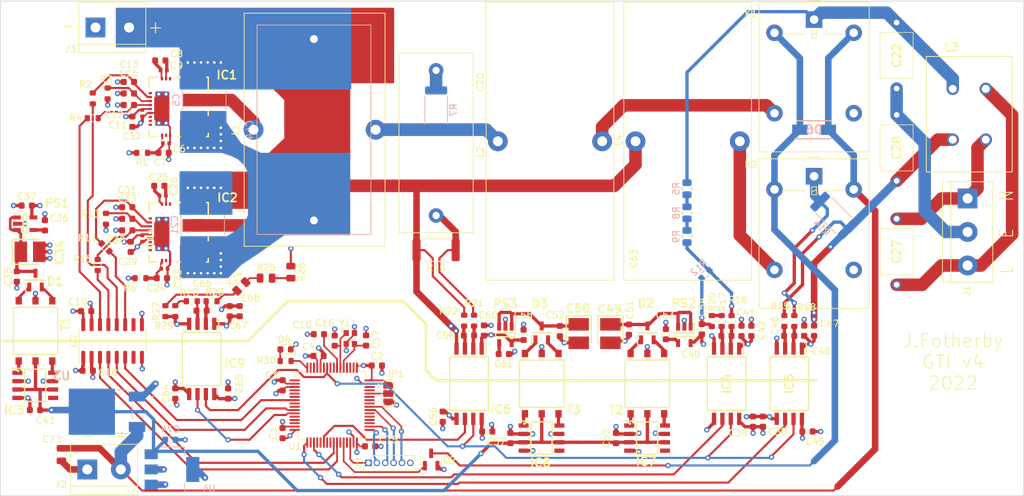
<source format=kicad_pcb>
(kicad_pcb (version 20211014) (generator pcbnew)
  (layers (0 "F.Cu" signal) (1 "In1.Cu" signal) (2 "In2.Cu" signal) (31 "B.Cu" signal) (34 "B.Paste" user) (35 "F.Paste" user) (36 "B.SilkS" user "B.Silkscreen") (37 "F.SilkS" user "F.Silkscreen") (38 "B.Mask" user) (39 "F.Mask" user) (44 "Edge.Cuts" user))
  (net 0 "")
  (net 1 "+3.3V")
  (net 2 "GNDD")
  (net 3 "VBUS")
  (net 4 "GND")
  (net 5 "Net-(C6-Pad1)")
  (net 6 "Net-(C8-Pad1)")
  (net 7 "Net-(C8-Pad2)")
  (net 8 "/NRST")
  (net 9 "+5VD")
  (net 10 "Net-(C12-Pad1)")
  (net 11 "Net-(C13-Pad1)")
  (net 12 "Net-(C15-Pad1)")
  (net 13 "Net-(C16-Pad1)")
  (net 14 "Net-(C17-Pad1)")
  (net 15 "Net-(C20-Pad1)")
  (net 16 "Earth")
  (net 17 "Net-(C22-Pad2)")
  (net 18 "Net-(C23-Pad1)")
  (net 19 "Net-(C25-Pad1)")
  (net 20 "Net-(C25-Pad2)")
  (net 21 "Net-(C27-Pad1)")
  (net 22 "Net-(C27-Pad2)")
  (net 23 "/Line_GND")
  (net 24 "Net-(C30-Pad1)")
  (net 25 "Net-(C31-Pad1)")
  (net 26 "Net-(C33-Pad1)")
  (net 27 "Net-(C40-Pad1)")
  (net 28 "Net-(C40-Pad2)")
  (net 29 "+5V_1")
  (net 30 "+5V")
  (net 31 "Net-(C46-Pad1)")
  (net 32 "Net-(C46-Pad2)")
  (net 33 "Net-(C53-Pad1)")
  (net 34 "+5V_2")
  (net 35 "Net-(C58-Pad1)")
  (net 36 "Net-(C58-Pad2)")
  (net 37 "Net-(C61-Pad1)")
  (net 38 "Net-(C66-Pad1)")
  (net 39 "Net-(C66-Pad2)")
  (net 40 "Net-(L1-Pad2)")
  (net 41 "VCC")
  (net 42 "Net-(D1-Pad1)")
  (net 43 "Net-(D1-Pad2)")
  (net 44 "Net-(D2-Pad1)")
  (net 45 "Net-(D2-Pad2)")
  (net 46 "Net-(D3-Pad1)")
  (net 47 "Net-(D3-Pad2)")
  (net 49 "Net-(IC1-Pad12)")
  (net 56 "/Out_B")
  (net 62 "Net-(IC3-Pad1)")
  (net 64 "Net-(IC3-Pad8)")
  (net 65 "D1_Sigma_Delta")
  (net 66 "CLK_SigmaDelta")
  (net 67 "D2_Sigma_Delta")
  (net 68 "D3_Sigma_Delta")
  (net 69 "Net-(IC7-Pad1)")
  (net 71 "Net-(IC7-Pad8)")
  (net 72 "Net-(IC8-Pad1)")
  (net 74 "Net-(IC8-Pad8)")
  (net 75 "D4_Sigma_Delta")
  (net 76 "Net-(JP1-Pad2)")
  (net 77 "Net-(K1-Pad3)")
  (net 79 "/Line_Isense")
  (net 80 "Net-(K2-Pad3)")
  (net 82 "/A_L")
  (net 83 "/A_H")
  (net 84 "Net-(R5-Pad2)")
  (net 85 "/Cap_Isense")
  (net 86 "Net-(R8-Pad2)")
  (net 87 "/Line_Vsense")
  (net 88 "/B_L")
  (net 89 "/B_H")
  (net 90 "Net-(R23-Pad2)")
  (net 91 "Net-(R24-Pad1)")
  (net 92 "Net-(R25-Pad1)")
  (net 93 "Net-(R28-Pad2)")
  (net 106 "PWM_A_L")
  (net 109 "PWM_B_L")
  (net 118 "PWM_A_H")
  (net 119 "PWM_B_H")
  (net 121 "/Relay")
  (net 122 "/Relay_Ctrl")
  (net 123 "/JTMS-SWDIO")
  (net 124 "/JTCK-SWCLK")
  (net 125 "/JTDI")
  (net 130 "/JTDO-TRACESWO")
  (net 131 "/NJTRST")
  (net 139 "Net-(C34-Pad1)")
  (net 140 "Net-(C49-Pad1)")
  (net 141 "Net-(C36-Pad1)")
  (net 143 "Net-(C50-Pad1)")
  (net 144 "Net-(R17-Pad2)")
  (net 145 "Net-(D4-Pad2)")
  (net 146 "Net-(U1-Pad16)")
  (footprint "Capacitor_SMD:C_0603_1608Metric" (layer "F.Cu") (at 69.225 84.75 180)
    (fp_text reference "C30")
    (fp_text value "22pF" hide)
  )
  (footprint "744822301:WE-CMB_S5" (layer "F.Cu") (at 196.75 67.15)
    (fp_text reference "L3")
    (fp_text value "744822301" hide)
  )
  (footprint "AP2210K-5.0TRG1:SOT95P282X130-5N" (layer "F.Cu") (at 126.5 100.6 -90)
    (fp_text reference "PS3")
    (fp_text value "AP2210K-5.0TRG1" hide)
  )
  (footprint "Capacitor_SMD:C_0603_1608Metric" (layer "F.Cu") (at 69.75 87.25 -90)
    (fp_text reference "C29")
    (fp_text value "4.7uF" hide)
  )
  (footprint "Capacitor_SMD:C_0402_1005Metric" (layer "F.Cu") (at 74.6 79.5 180)
    (fp_text reference "C26")
    (fp_text value "47nF" hide)
  )
  (footprint "Capacitor_SMD:C_0603_1608Metric" (layer "F.Cu") (at 74.075 78 180)
    (fp_text reference "C25")
    (fp_text value "1uF" hide)
  )
  (footprint "Resistor_SMD:R_0603_1608Metric" (layer "F.Cu") (at 71.225 92 180)
    (fp_text reference "R6")
    (fp_text value "10R" hide)
  )
  (footprint "Capacitor_SMD:C_0603_1608Metric" (layer "F.Cu") (at 172.25 115.25)
    (fp_text reference "C45")
    (fp_text value "100nF" hide)
  )
  (footprint "Capacitor_SMD:C_0603_1608Metric" (layer "F.Cu") (at 63.25 106.025)
    (fp_text reference "C18")
    (fp_text value "100nF" hide)
  )
  (footprint "Capacitor_SMD:C_0603_1608Metric" (layer "F.Cu") (at 105.3875 101.45 90)
    (fp_text reference "C17")
    (fp_text value "20pF" hide)
  )
  (footprint "Capacitor_SMD:C_0603_1608Metric" (layer "F.Cu") (at 74.225 59 180)
    (fp_text reference "C8")
    (fp_text value "1uF" hide)
  )
  (footprint "Capacitor_THT:C_Rect_L27.0mm_W11.0mm_P22.00mm" (layer "F.Cu") (at 116 60.5 -90)
    (fp_text reference "C20")
    (fp_text value "1uF" hide)
  )
  (footprint "MAX253CSA:SOIC127P600X175-8N" (layer "F.Cu") (at 147.9615 116.25)
    (fp_text reference "IC7")
    (fp_text value "MAX253CSA+" hide)
  )
  (footprint "Resistor_SMD:R_0805_2012Metric" (layer "F.Cu") (at 94 91.0875 -90)
    (fp_text reference "R26")
    (fp_text value "470K" hide)
  )
  (footprint "Capacitor_SMD:C_0603_1608Metric" (layer "F.Cu") (at 159.975 100.75 180)
    (fp_text reference "C40")
    (fp_text value "10nF" hide)
  )
  (footprint "TerminalBlock:TerminalBlock_bornier-2_P5.08mm" (layer "F.Cu") (at 64.42 54)
    (fp_text reference "J3")
    (fp_text value "Screw_Terminal_01x02" hide)
  )
  (footprint "Capacitor_SMD:C_0603_1608Metric" (layer "F.Cu") (at 98.2 103.8)
    (fp_text reference "C4")
    (fp_text value "100nF" hide)
  )
  (footprint "Resistor_SMD:R_0603_1608Metric" (layer "F.Cu") (at 76.5 97 -90)
    (fp_text reference "R29")
    (fp_text value "1K" hide)
  )
  (footprint "760390014:760390015" (layer "F.Cu") (at 132 108 90)
    (fp_text reference "T3")
    (fp_text value "760390014" hide)
  )
  (footprint "SB05W05C:SOT95P250X135-3N" (layer "F.Cu") (at 132 100.3 90)
    (fp_text reference "D3")
    (fp_text value "SB05W05C-TB-E" hide)
  )
  (footprint "Inductor_THT:L_Toroid_Vertical_L41.9mm_W19.1mm_P15.80mm_Vishay_TJ7" (layer "F.Cu") (at 125.35 71.25 90)
    (fp_text reference "L2")
    (fp_text value "470uH" hide)
  )
  (footprint "MountingHole:MountingHole_3.2mm_M3" (layer "F.Cu") (at 201 121)
    (fp_text reference "H2")
    (fp_text value "MountingHole" hide)
  )
  (footprint "Capacitor_SMD:C_0603_1608Metric" (layer "F.Cu") (at 69.475 64 180)
    (fp_text reference "C15")
    (fp_text value "330pF" hide)
  )
  (footprint "AP2210K-5.0TRG1:SOT95P282X130-5N" (layer "F.Cu") (at 153.6 100.6 -90)
    (fp_text reference "PS2")
    (fp_text value "AP2210K-5.0TRG1" hide)
  )
  (footprint "Capacitor_SMD:C_0402_1005Metric" (layer "F.Cu") (at 71.5 85.98 -90)
    (fp_text reference "C14")
    (fp_text value "47nF" hide)
  )
  (footprint "Capacitor_SMD:C_0603_1608Metric" (layer "F.Cu") (at 162.25 100 90)
    (fp_text reference "C41")
    (fp_text value "1uF" hide)
  )
  (footprint "Capacitor_SMD:C_0402_1005Metric" (layer "F.Cu") (at 74.85 90.55)
    (fp_text reference "C23")
    (fp_text value "47nF" hide)
  )
  (footprint "Capacitor_SMD:C_0603_1608Metric" (layer "F.Cu") (at 69.475 62.25 180)
    (fp_text reference "C13")
    (fp_text value "22pF" hide)
  )
  (footprint "Capacitor_SMD:C_0603_1608Metric" (layer "F.Cu") (at 163.75 100 90)
    (fp_text reference "C42")
    (fp_text value "100nF" hide)
  )
  (footprint "595D226X9020:CAPPC3328X220N" (layer "F.Cu") (at 142.4 100.4 -90)
    (fp_text reference "C49")
    (fp_text value "22uF" hide)
  )
  (footprint "MountingHole:MountingHole_3.2mm_M3" (layer "F.Cu") (at 54 54)
    (fp_text reference "H3" hide)
    (fp_text value "MountingHole" hide)
  )
  (footprint "MAX253CSA:SOIC127P600X175-8N" (layer "F.Cu") (at 131.9615 116.25)
    (fp_text reference "IC8")
    (fp_text value "MAX253CSA+" hide)
  )
  (footprint "Capacitor_SMD:C_0603_1608Metric" (layer "F.Cu") (at 164 113.75 90)
    (fp_text reference "C39")
    (fp_text value "100nF" hide)
  )
  (footprint "C901U222MZVDBA7317:C901U222MZVDBA7317" (layer "F.Cu") (at 185.75 83 -90)
    (fp_text reference "C27")
    (fp_text value "2200pF" hide)
  )
  (footprint "Resistor_SMD:R_0805_2012Metric" (layer "F.Cu") (at 86.5 93.25 -135)
    (fp_text reference "R24")
    (fp_text value "470K" hide)
  )
  (footprint "Capacitor_SMD:C_0603_1608Metric" (layer "F.Cu") (at 127.25 116.25 90)
    (fp_text reference "C63")
    (fp_text value "100nF" hide)
  )
  (footprint "Resistor_SMD:R_0603_1608Metric" (layer "F.Cu") (at 121.75 98.43853 90)
    (fp_text reference "R21")
    (fp_text value "10R" hide)
  )
  (footprint "SB05W05C:SOT95P250X135-3N" (layer "F.Cu") (at 148 100.3 90)
    (fp_text reference "D2")
    (fp_text value "SB05W05C-TB-E" hide)
  )
  (footprint "Capacitor_SMD:C_0603_1608Metric" (layer "F.Cu") (at 54 81 180)
    (fp_text reference "C37")
    (fp_text value "2.2uF" hide)
  )
  (footprint "Package_SO:SOIC-16_3.9x9.9mm_P1.27mm" (layer "F.Cu") (at 67 101.525 90)
    (fp_text reference "U2")
    (fp_text value "Si8640EC-B-IS1" hide)
  )
  (footprint "Resistor_SMD:R_0603_1608Metric" (layer "F.Cu") (at 120.25 98.43853 90)
    (fp_text reference "R22")
    (fp_text value "10R" hide)
  )
  (footprint "Capacitor_SMD:C_0402_1005Metric" (layer "F.Cu") (at 71.5 66.98 -90)
    (fp_text reference "C32")
    (fp_text value "47nF" hide)
  )
  (footprint "Resistor_SMD:R_0603_1608Metric" (layer "F.Cu") (at 170.25 98.5 90)
    (fp_text reference "R18")
    (fp_text value "10R" hide)
  )
  (footprint "C901U222MZVDBA7317:C901U222MZVDBA7317" (layer "F.Cu") (at 185.75 63.25 90)
    (fp_text reference "C22")
    (fp_text value "2200pF" hide)
  )
  (footprint "Capacitor_SMD:C_0603_1608Metric" (layer "F.Cu") (at 150.8 100.5 90)
    (fp_text reference "C53")
    (fp_text value "100pF" hide)
  )
  (footprint "Resistor_SMD:R_0603_1608Metric" (layer "F.Cu") (at 71.475 73 180)
    (fp_text reference "R1")
    (fp_text value "10R" hide)
  )
  (footprint "Capacitor_SMD:C_0603_1608Metric" (layer "F.Cu") (at 70 68.275 -90)
    (fp_text reference "C11")
    (fp_text value "4.7uF" hide)
  )
  (footprint "Capacitor_SMD:C_0603_1608Metric" (layer "F.Cu") (at 145.2 99.8 -90)
    (fp_text reference "C51")
    (fp_text value "100nF" hide)
  )
  (footprint "Capacitor_SMD:C_0603_1608Metric" (layer "F.Cu") (at 117 113 90)
    (fp_text reference "C56")
    (fp_text value "1uF" hide)
  )
  (footprint "Capacitor_SMD:C_0603_1608Metric" (layer "F.Cu") (at 106 117.5)
    (fp_text reference "C75")
    (fp_text value "10uF" hide)
  )
  (footprint "Capacitor_SMD:C_0603_1608Metric" (layer "F.Cu") (at 74.725 73)
    (fp_text reference "C7")
    (fp_text value "1uF" hide)
  )
  (footprint "Capacitor_SMD:C_0603_1608Metric" (layer "F.Cu") (at 171.75 99.975 90)
    (fp_text reference "C48")
    (fp_text value "100nF" hide)
  )
  (footprint "Capacitor_SMD:C_0603_1608Metric" (layer "F.Cu") (at 129.25 100.6 90)
    (fp_text reference "C55")
    (fp_text value "2.2uF" hide)
  )
  (footprint "Relay_THT:Relay_SPDT_Omron-G5LE-1" (layer "F.Cu") (at 173.25 76.55)
    (fp_text reference "K2")
    (fp_text value "G5LE-1" hide)
  )
  (footprint "Capacitor_SMD:C_0603_1608Metric" (layer "F.Cu") (at 84.75 97 90)
    (fp_text reference "C67")
    (fp_text value "1uF" hide)
  )
  (footprint "760390014:760390015" (layer "F.Cu") (at 148 108 90)
    (fp_text reference "T2")
    (fp_text value "760390014" hide)
  )
  (footprint "Capacitor_SMD:C_0603_1608Metric" (layer "F.Cu") (at 69.225 83 180)
    (fp_text reference "C33")
    (fp_text value "330pF" hide)
  )
  (footprint "Capacitor_SMD:C_0805_2012Metric" (layer "F.Cu") (at 59.25 118.75 -90)
    (fp_text reference "C73")
    (fp_text value "10uF" hide)
  )
  (footprint "Resistor_SMD:R_0603_1608Metric" (layer "F.Cu") (at 66 83 90)
    (fp_text reference "R13")
    (fp_text value "1K" hide)
  )
  (footprint "Capacitor_SMD:C_0603_1608Metric" (layer "F.Cu") (at 55.25 112 180)
    (fp_text reference "C43")
    (fp_text value "100nF" hide)
  )
  (footprint "Capacitor_SMD:C_0603_1608Metric" (layer "F.Cu") (at 84.5 109.5 90)
    (fp_text reference "C65")
    (fp_text value "100nF" hide)
  )
  (footprint "Resistor_SMD:R_0805_2012Metric" (layer "F.Cu") (at 90.25 92 180)
    (fp_text reference "R25")
    (fp_text value "470K" hide)
  )
  (footprint "Package_TO_SOT_SMD:SOT-23" (layer "F.Cu") (at 115.25 119.5 90)
    (fp_text reference "Q2")
    (fp_text value "2N7002" hide)
  )
  (footprint "Capacitor_SMD:C_0603_1608Metric" (layer "F.Cu") (at 69.475 65.75 180)
    (fp_text reference "C12")
    (fp_text value "22pF" hide)
  )
  (footprint "Inductor_THT:L_Toroid_Vertical_L41.9mm_W19.1mm_P15.80mm_Vishay_TJ7" (layer "F.Cu") (at 146.2 71.25 90)
    (fp_text reference "L4")
    (fp_text value "470uH" hide)
  )
  (footprint "Resistor_SMD:R_0603_1608Metric" (layer "F.Cu") (at 66.25 64 90)
    (fp_text reference "R3")
    (fp_text value "1K" hide)
  )
  (footprint "TerminalBlock:TerminalBlock_bornier-2_P5.08mm" (layer "F.Cu") (at 63.17 121)
    (fp_text reference "J2")
    (fp_text value "Screw_Terminal_01x02" hide)
  )
  (footprint "Resistor_SMD:R_0603_1608Metric" (layer "F.Cu") (at 93.21 104.56 180)
    (fp_text reference "R30")
    (fp_text value "1K" hide)
  )
  (footprint "Capacitor_SMD:C_0603_1608Metric" (layer "F.Cu") (at 92.75 108.25 90)
    (fp_text reference "C3")
    (fp_text value "100nF" hide)
  )
  (footprint "Resistor_SMD:R_0603_1608Metric" (layer "F.Cu") (at 82 95.5)
    (fp_text reference "R23")
    (fp_text value "10R" hide)
  )
  (footprint "Crystal:Crystal_SMD_Abracon_ABM10-4Pin_2.5x2.0mm" (layer "F.Cu") (at 103.0125 101.15)
    (fp_text reference "Y1")
    (fp_text value "Crystal_GND24" hide)
  )
  (footprint "Capacitor_SMD:C_0603_1608Metric" (layer "F.Cu") (at 52.5 91.75 -90)
    (fp_text reference "C35")
    (fp_text value "100nF" hide)
  )
  (footprint "AMC1306:SOIC127P1150X280-8N" (layer "F.Cu") (at 80.5 104.25 -90)
    (fp_text reference "IC9")
    (fp_text value "AMC1306M25QDWVRQ1" hide)
  )
  (footprint "Capacitor_SMD:C_0603_1608Metric" (layer "F.Cu") (at 156.25 99.75 90)
    (fp_text reference "C54")
    (fp_text value "2.2uF" hide)
  )
  (footprint "Resistor_SMD:R_0603_1608Metric" (layer "F.Cu") (at 64.75 90 90)
    (fp_text reference "R15")
    (fp_text value "47R" hide)
  )
  (footprint "MASTERGAN2:MASTERGAN2TR" (layer "F.Cu") (at 77 85.05 90)
    (fp_text reference "IC2")
    (fp_text value "MASTERGAN2TR" hide)
  )
  (footprint "Capacitor_SMD:C_0603_1608Metric" (layer "F.Cu") (at 126.25 103.5)
    (fp_text reference "C61")
    (fp_text value "100pF" hide)
  )
  (footprint "Resistor_SMD:R_0603_1608Metric" (layer "F.Cu") (at 65.916637 87.333363 135)
    (fp_text reference "R11")
    (fp_text value "47R" hide)
  )
  (footprint "Capacitor_SMD:C_0603_1608Metric" (layer "F.Cu") (at 165.5 113.75 90)
    (fp_text reference "C38")
    (fp_text value "1uF" hide)
  )
  (footprint "Capacitor_SMD:C_0603_1608Metric" (layer "F.Cu") (at 123.25 99.93853 90)
    (fp_text reference "C60")
    (fp_text value "100nF" hide)
  )
  (footprint "Capacitor_SMD:C_0603_1608Metric" (layer "F.Cu") (at 69.225 81.25 180)
    (fp_text reference "C31")
    (fp_text value "22pF" hide)
  )
  (footprint "Capacitor_SMD:C_0603_1608Metric" (layer "F.Cu") (at 74.475 92)
    (fp_text reference "C24")
    (fp_text value "1uF" hide)
  )
  (footprint "Package_QFP:LQFP-64_10x10mm_P0.5mm" (layer "F.Cu") (at 100.25 111.25 -90)
    (fp_text reference "U1")
    (fp_text value "STM32L475RCTx" hide)
  )
  (footprint "Capacitor_SMD:C_0402_1005Metric" (layer "F.Cu") (at 75.1 71.55)
    (fp_text reference "C6")
    (fp_text value "47nF" hide)
  )
  (footprint "Capacitor_SMD:C_0603_1608Metric" (layer "F.Cu") (at 98.25 100.5 180)
    (fp_text reference "C10")
    (fp_text value "100nF" hide)
  )
  (footprint "Resistor_SMD:R_0603_1608Metric" (layer "F.Cu") (at 168.75 98.5 90)
    (fp_text reference "R19")
    (fp_text value "10R" hide)
  )
  (footprint "Capacitor_SMD:C_0603_1608Metric" (layer "F.Cu") (at 134.75 100.025 -90)
    (fp_text reference "C52")
    (fp_text value "100nF" hide)
  )
  (footprint "AP2210K-5.0TRG1:SOT95P282X130-5N" (layer "F.Cu") (at 53.75 83.75)
    (fp_text reference "PS1")
    (fp_text value "AP2210K-5.0TRG1" hide)
  )
  (footprint "Resistor_SMD:R_0603_1608Metric" (layer "F.Cu") (at 64 64.75 90)
    (fp_text reference "R2")
    (fp_text value "47R" hide)
  )
  (footprint "C901U222MZVDBA7317:C901U222MZVDBA7317" (layer "F.Cu") (at 185.75 77.25 90)
    (fp_text reference "C28")
    (fp_text value "2200pF" hide)
  )
  (footprint "Jumper:SolderJumper-3_P1.3mm_Open_RoundedPad1.0x1.5mm" (layer "F.Cu") (at 108.75 109.5 -90)
    (fp_text reference "JP1")
    (fp_text value "SolderJumper_3_Open" hide)
  )
  (footprint "Resistor_SMD:R_0603_1608Metric" (layer "F.Cu") (at 159.25 98.5 90)
    (fp_text reference "R17")
    (fp_text value "10R" hide)
  )
  (footprint "SB05W05C:SOT95P250X135-3N" (layer "F.Cu") (at 55.3265 92.3 90)
    (fp_text reference "D1")
    (fp_text value "SB05W05C-TB-E" hide)
  )
  (footprint "AMC1306:SOIC127P1150X280-8N" (layer "F.Cu") (at 169.5 108 -90)
    (fp_text reference "IC5")
    (fp_text value "AMC1306M25QDWVRQ1" hide)
  )
  (footprint "Capacitor_SMD:C_0603_1608Metric" (layer "F.Cu") (at 86.25 97 90)
    (fp_text reference "C68")
    (fp_text value "100nF" hide)
  )
  (footprint "Capacitor_SMD:C_0603_1608Metric" (layer "F.Cu") (at 173.25 99.975 90)
    (fp_text reference "C47")
    (fp_text value "1uF" hide)
  )
  (footprint "Resistor_SMD:R_0603_1608Metric" (layer "F.Cu") (at 64 67.75)
    (fp_text reference "R4")
    (fp_text value "47R" hide)
  )
  (footprint "AMC1306:SOIC127P1150X280-8N" (layer "F.Cu") (at 121 108 -90)
    (fp_text reference "IC6")
    (fp_text value "AMC1306M25QDWVRQ1" hide)
  )
  (footprint "Resistor_SMD:R_0603_1608Metric" (layer "F.Cu") (at 157.75 98.5 -90)
    (fp_text reference "R20")
    (fp_text value "1K" hide)
  )
  (footprint "Capacitor_SMD:C_0603_1608Metric" (layer "F.Cu") (at 100.6375 101.475 90)
    (fp_text reference "C16")
    (fp_text value "20pF" hide)
  )
  (footprint "LED_SMD:LED_0603_1608Metric" (layer "F.Cu") (at 93.2 102.8 180)
    (fp_text reference "D4")
    (fp_text value "LED" hide)
  )
  (footprint "Relay_THT:Relay_SPDT_Omron-G5LE-1" (layer "F.Cu") (at 173.25 52.8)
    (fp_text reference "K1")
    (fp_text value "G5LE-1" hide)
  )
  (footprint "Capacitor_SMD:C_0603_1608Metric" (layer "F.Cu") (at 169.475 100.75 180)
    (fp_text reference "C46")
    (fp_text value "10nF" hide)
  )
  (footprint "Resistor_SMD:R_0603_1608Metric" (layer "F.Cu") (at 79 95.5 180)
    (fp_text reference "R28")
    (fp_text value "10R" hide)
  )
  (footprint "Inductor_THT:L_Toroid_Vertical_L35.1mm_W21.1mm_P18.50mm_Vishay_TJ6" (layer "F.Cu") (at 88.35 69.5 90)
    (fp_text reference "L1")
    (fp_text value "2mH" hide)
  )
  (footprint "Capacitor_SMD:C_0603_1608Metric" (layer "F.Cu") (at 63 97)
    (fp_text reference "C19")
    (fp_text value "100nF" hide)
  )
  (footprint "Resistor_SMD:R_2512_6332Metric" (layer "F.Cu") (at 116 87.75 180)
    (fp_text reference "R10")
    (fp_text value "50mR" hide)
  )
  (footprint "Capacitor_SMD:C_0603_1608Metric" (layer "F.Cu") (at 123.75 115.25)
    (fp_text reference "C57")
    (fp_text value "100nF" hide)
  )
  (footprint "Resistor_SMD:R_0603_1608Metric" (layer "F.Cu") (at 75 97 -90)
    (fp_text reference "R27")
    (fp_text value "1K" hide)
  )
  (footprint "Capacitor_SMD:C_0603_1608Metric" (layer "F.Cu") (at 92.75 115.5 90)
    (fp_text reference "C1")
    (fp_text value "100nF" hide)
  )
  (footprint "MASTERGAN2:MASTERGAN2TR" (layer "F.Cu") (at 77 66.05 90)
    (fp_text reference "IC1")
    (fp_text value "MASTERGAN2TR" hide)
  )
  (footprint "Connector_PinHeader_1.27mm:PinHeader_1x06_P1.27mm_Vertical" (layer "F.Cu") (at 105.75 120 90)
    (fp_text reference "J4")
    (fp_text value "Conn_01x06_Male" hide)
  )
  (footprint "Capacitor_SMD:C_0603_1608Metric" (layer "F.Cu") (at 56.75 84 90)
    (fp_text reference "C36")
    (fp_text value "100pF" hide)
  )
  (footprint "595D226X9020:CAPPC3328X220N" (layer "F.Cu") (at 54.5 88)
    (fp_text reference "C34")
    (fp_text value "22uF" hide)
  )
  (footprint "Capacitor_SMD:C_0603_1608Metric" (layer "F.Cu") (at 143.25 116.25 90)
    (fp_text reference "C62")
    (fp_text value "100nF" hide)
  )
  (footprint "Capacitor_SMD:C_0603_1608Metric" (layer "F.Cu") (at 107.025 105.25)
    (fp_text reference "C2")
    (fp_text value "100nF" hide)
  )
  (footprint "760390014:760390015" (layer "F.Cu") (at 55.3265 100 90)
    (fp_text reference "T1")
    (fp_text value "760390014" hide)
  )
  (footprint "MAX253CSA:SOIC127P600X175-8N" (layer "F.Cu") (at 55.288 108.25)
    (fp_text reference "IC3")
    (fp_text value "MAX253CSA+" hide)
  )
  (footprint "Capacitor_SMD:C_0603_1608Metric" (layer "F.Cu") (at 120.975 100.68853 180)
    (fp_text reference "C58")
    (fp_text value "10nF" hide)
  )
  (footprint "MountingHole:MountingHole_3.2mm_M3" (layer "F.Cu") (at 201 54)
    (fp_text reference "H4" hide)
    (fp_text value "MountingHole" hide)
  )
  (footprint "AMC1306:SOIC127P1150X280-8N" (layer "F.Cu") (at 160 108 -90)
    (fp_text reference "IC4")
    (fp_text value "AMC1306M25QDWVRQ1" hide)
  )
  (footprint "Resistor_SMD:R_0603_1608Metric" (layer "F.Cu") (at 160.75 98.5 90)
    (fp_text reference "R16")
    (fp_text value "10R" hide)
  )
  (footprint "Capacitor_SMD:C_0603_1608Metric" (layer "F.Cu") (at 76.5 109.5 90)
    (fp_text reference "C64")
    (fp_text value "1uF" hide)
  )
  (footprint "TerminalBlock:TerminalBlock_bornier-3_P5.08mm" (layer "F.Cu") (at 196.5 79.92 -90)
    (fp_text reference "J1")
    (fp_text value "Screw_Terminal_01x03" hide)
  )
  (footprint "595D226X9020:CAPPC3328X220N" (layer "F.Cu") (at 137.6 100.4 -90)
    (fp_text reference "C50")
    (fp_text value "22uF" hide)
  )
  (footprint "Capacitor_SMD:C_0603_1608Metric" (layer "F.Cu") (at 80.475 96.93853 180)
    (fp_text reference "C66")
    (fp_text value "10nF" hide)
  )
  (footprint "MountingHole:MountingHole_3.2mm_M3" (layer "F.Cu") (at 54 121)
    (fp_text reference "H1" hide)
    (fp_text value "MountingHole" hide)
  )
  (footprint "Capacitor_SMD:C_0402_1005Metric" (layer "F.Cu") (at 74.75 60.5 180)
    (fp_text reference "C9")
    (fp_text value "47uF" hide)
  )
  (footprint "Package_TO_SOT_SMD:SOT-223-3_TabPin2" (layer "B.Cu") (at 76 121)
    (fp_text reference "U4")
    (fp_text value "NCP1117-3.3_SOT223" hide)
  )
  (footprint "AZ1117CD-5.0TRG1:AZ1117CD50TRG1" (layer "B.Cu") (at 67.2875 112.25 -90)
    (fp_text reference "U3")
    (fp_text value "AZ1117-5.0" hide)
  )
  (footprint "Resistor_SMD:R_2512_6332Metric" (layer "B.Cu") (at 176.25 82.5 -45)
    (fp_text reference "R14")
    (fp_text value "50mR" hide)
  )
  (footprint "Resistor_SMD:R_0805_2012Metric" (layer "B.Cu") (at 154 78.4375 -90)
    (fp_text reference "R5")
    (fp_text value "470K" hide)
  )
  (footprint "Capacitor_SMD:C_0603_1608Metric" (layer "B.Cu") (at 75.75 116.5)
    (fp_text reference "C74")
    (fp_text value "10uF" hide)
  )
  (footprint "Capacitor_SMD:C_2225_5664Metric" (layer "B.Cu") (at 80.65 83.95 -90)
    (fp_text reference "C21")
    (fp_text value "0.47uF" hide)
  )
  (footprint "Resistor_SMD:R_0603_1608Metric" (layer "B.Cu") (at 156.8 91.4 -135)
    (fp_text reference "R12")
    (fp_text value "1K" hide)
  )
  (footprint "Resistor_SMD:R_2512_6332Metric" (layer "B.Cu") (at 116 66.5 90)
    (fp_text reference "R7")
    (fp_text value "2.2R" hide)
  )
  (footprint "Resistor_SMD:R_0805_2012Metric" (layer "B.Cu") (at 154 85.6875 -90)
    (fp_text reference "R9")
    (fp_text value "470K" hide)
  )
  (footprint "Capacitor_SMD:C_2225_5664Metric" (layer "B.Cu") (at 80.9 65 -90)
    (fp_text reference "C5")
    (fp_text value "0.47uF" hide)
  )
  (footprint "Capacitor_THT:C_Rect_L31.5mm_W17.0mm_P27.50mm_MKS4" (layer "B.Cu") (at 97.5 55.75 -90)
    (fp_text reference "C44")
    (fp_text value "0.47uF")
  )
  (footprint "Resistor_SMD:R_0805_2012Metric" (layer "B.Cu") (at 154 82.1 -90)
    (fp_text reference "R8")
    (fp_text value "470K" hide)
  )
  (footprint "ES1J:DIOM5227X250N" (layer "B.Cu") (at 173.25 69.5)
    (fp_text reference "D6")
    (fp_text value "DIODE" hide)
  )
  (gr_line (start 87.5 101.5) (end 93.5 95.5) (layer "F.SilkS") (width 0.4))
  (gr_line (start 93.5 95.5) (end 111 95.5) (layer "F.SilkS") (width 0.4))
  (gr_line (start 116 107.5) (end 173.5 107.5) (layer "F.SilkS") (width 0.4))
  (gr_line (start 50.5 101.5) (end 87.5 101.5) (layer "F.SilkS") (width 0.4))
  (gr_line (start 114.5 99) (end 114.5 106) (layer "F.SilkS") (width 0.4))
  (gr_line (start 111 95.5) (end 114.5 99) (layer "F.SilkS") (width 0.4))
  (gr_line (start 114.5 106) (end 116 107.5) (layer "F.SilkS") (width 0.4))
  (gr_rect (start 50 50) (end 205 125) (layer "Edge.Cuts") (width 0.1) (fill none))
  (gr_text "-" (at 63.2 115.8) (layer "F.SilkS") (effects (font (size 2 2))))
  (gr_text "L   E   N" (at 202.4 85 90) (layer "F.SilkS") (effects (font (size 2 1.75))))
  (gr_text "J.Fotherby\nGTI v4\n2022" (at 194.3 104.7) (layer "F.SilkS") (effects (font (size 2 2))))
  (gr_text "+" (at 68.4 115.8) (layer "F.SilkS") (effects (font (size 2 2))))
  (gr_text "-" (at 60.3 53.7) (layer "F.SilkS") (effects (font (size 2 2))))
  (gr_text "+" (at 73.5 53.9) (layer "F.SilkS") (effects (font (size 2 2))))
  (segment (start 76.5 111) (end 76.75 111.25) (width 0.5) (layer "F.Cu") (net 1))
  (segment (start 117 114.8) (end 117 113.775) (width 0.5) (layer "F.Cu") (net 1))
  (segment (start 85.475 110.275) (end 85.5 110.25) (width 0.25) (layer "F.Cu") (net 1))
  (segment (start 83.105 110.275) (end 82.405 109.575) (width 0.5) (layer "F.Cu") (net 1))
  (segment (start 62.555 105.22) (end 62.475 105.3) (width 0.5) (layer "F.Cu") (net 1))
  (segment (start 104.25 105.25) (end 105 105.25) (width 0.25) (layer "F.Cu") (net 1))
  (segment (start 165.5 114.525) (end 164 114.525) (width 0.5) (layer "F.Cu") (net 1))
  (segment (start 104 105.5) (end 104.25 105.25) (width 0.25) (layer "F.Cu") (net 1))
  (segment (start 104 116.925) (end 104 117) (width 0.25) (layer "F.Cu") (net 1))
  (segment (start 105.925 107.5) (end 108.05 107.5) (width 0.25) (layer "F.Cu") (net 1))
  (segment (start 171.405 113.325) (end 171.405 115.18) (width 0.5) (layer "F.Cu") (net 1))
  (segment (start 122.975 115.25) (end 122.975 116.225) (width 0.5) (layer "F.Cu") (net 1))
  (segment (start 93.275 108.5) (end 92.75 109.025) (width 0.25) (layer "F.Cu") (net 1))
  (segment (start 62.555 104) (end 62.555 105.22) (width 0.5) (layer "F.Cu") (net 1))
  (segment (start 122.905 115.18) (end 122.975 115.25) (width 0.25) (layer "F.Cu") (net 1))
  (segment (start 98 104.3875) (end 97.425 103.8125) (width 0.25) (layer "F.Cu") (net 1))
  (segment (start 104 105.575) (end 104 105.5) (width 0.25) (layer "F.Cu") (net 1))
  (segment (start 96.2 103.8) (end 97.425 103.8) (width 0.5) (layer "F.Cu") (net 1))
  (segment (start 106.25 107.25) (end 106.25 105.25) (width 0.25) (layer "F.Cu") (net 1))
  (segment (start 161.905 113.655) (end 162.775 114.525) (width 0.5) (layer "F.Cu") (net 1))
  (segment (start 165.5 114.525) (end 165.5 115.5) (width 0.5) (layer "F.Cu") (net 1))
  (segment (start 84.5 110.275) (end 85.475 110.275) (width 0.5) (layer "F.Cu") (net 1))
  (segment (start 171.405 115.18) (end 171.475 115.25) (width 0.5) (layer "F.Cu") (net 1))
  (segment (start 162.775 114.525) (end 164 114.525) (width 0.5) (layer "F.Cu") (net 1))
  (segment (start 104.5 117.5) (end 105.225 117.5) (width 0.25) (layer "F.Cu") (net 1))
  (segment (start 94.575 108.5) (end 93.275 108.5) (width 0.25) (layer "F.Cu") (net 1))
  (segment (start 122.975 116.225) (end 123 116.25) (width 0.25) (layer "F.Cu") (net 1))
  (segment (start 62.475 105.3) (end 62.475 106.025) (width 0.5) (layer "F.Cu") (net 1))
  (segment (start 122.905 113.325) (end 122.905 115.18) (width 0.5) (layer "F.Cu") (net 1))
  (segment (start 94.575 115.175) (end 93.475 116.275) (width 0.25) (layer "F.Cu") (net 1))
  (segment (start 94.575 115) (end 94.575 115.175) (width 0.25) (layer "F.Cu") (net 1))
  (segment (start 104 116.925) (end 104 118.4) (width 0.25) (layer "F.Cu") (net 1))
  (segment (start 93.475 116.275) (end 92.75 116.275) (width 0.25) (layer "F.Cu") (net 1))
  (segment (start 92.225 109.025) (end 91.75 109.5) (width 0.5) (layer "F.Cu") (net 1))
  (segment (start 76.5 110.275) (end 76.5 111) (width 0.5) (layer "F.Cu") (net 1))
  (segment (start 98 105.575) (end 98 104.3875) (width 0.25) (layer "F.Cu") (net 1))
  (segment (start 62.475 106.025) (end 61.425 106.025) (width 0.5) (layer "F.Cu") (net 1))
  (segment (start 108.05 107.5) (end 108.75 108.2) (width 0.25) (layer "F.Cu") (net 1))
  (segment (start 61.425 106.025) (end 61.4 106) (width 0.5) (layer "F.Cu") (net 1))
  (segment (start 171.475 115.25) (end 171.475 116.225) (width 0.5) (layer "F.Cu") (net 1))
  (segment (start 84.5 110.275) (end 83.105 110.275) (width 0.5) (layer "F.Cu") (net 1))
  (segment (start 92.75 109.025) (end 92.225 109.025) (width 0.5) (layer "F.Cu") (net 1))
  (segment (start 106.25 105.25) (end 105 105.25) (width 0.5) (layer "F.Cu") (net 1))
  (segment (start 164 114.525) (end 164 115.5) (width 0.5) (layer "F.Cu") (net 1))
  (segment (start 104 117) (end 104.5 117.5) (width 0.25) (layer "F.Cu") (net 1))
  (segment (start 171.475 116.225) (end 171.5 116.25) (width 0.5) (layer "F.Cu") (net 1))
  (segment (start 161.905 113.325) (end 161.905 113.655) (width 0.25) (layer "F.Cu") (net 1))
  (segment (start 106 107.5) (end 106.25 107.25) (width 0.25) (layer "F.Cu") (net 1))
  (segment (start 105.925 107.5) (end 106 107.5) (width 0.25) (layer "F.Cu") (net 1))
  (segment (start 97.425 103.8125) (end 97.425 103.8) (width 0.25) (layer "F.Cu") (net 1))
  (via (at 105 105.25) (size 0.8) (drill 0.4) (layers "F.Cu" "B.Cu") (net 1))
  (via (at 85.5 110.25) (size 0.8) (drill 0.4) (layers "F.Cu" "B.Cu") (net 1))
  (via (at 74.75 121) (size 0.8) (drill 0.4) (layers "F.Cu" "B.Cu") (net 1))
  (via (at 117 114.8) (size 0.8) (drill 0.4) (layers "F.Cu" "B.Cu") (net 1))
  (via (at 76.75 111.25) (size 0.8) (drill 0.4) (layers "F.Cu" "B.Cu") (net 1))
  (via (at 104 118.4) (size 0.8) (drill 0.4) (layers "F.Cu" "B.Cu") (net 1))
  (via (at 171.5 116.25) (size 0.8) (drill 0.4) (layers "F.Cu" "B.Cu") (net 1))
  (via (at 91.75 109.5) (size 0.8) (drill 0.4) (layers "F.Cu" "B.Cu") (net 1))
  (via (at 165.5 115.5) (size 0.8) (drill 0.4) (layers "F.Cu" "B.Cu") (net 1))
  (via (at 81 122.25) (size 0.8) (drill 0.4) (layers "F.Cu" "B.Cu") (net 1))
  (via (at 93.875 115.875) (size 0.8) (drill 0.4) (layers "F.Cu" "B.Cu") (net 1))
  (via (at 164 115.5) (size 0.8) (drill 0.4) (layers "F.Cu" "B.Cu") (net 1))
  (via (at 96.2 103.8) (size 0.8) (drill 0.4) (layers "F.Cu" "B.Cu") (net 1))
  (via (at 123 116.25) (size 0.8) (drill 0.4) (layers "F.Cu" "B.Cu") (net 1))
  (via (at 61.4 106) (size 0.8) (drill 0.4) (layers "F.Cu" "B.Cu") (net 1))
  (segment (start 72.85 121) (end 74.75 121) (width 1) (layer "B.Cu") (net 1))
  (segment (start 79.15 121) (end 79.75 121) (width 0.25) (layer "B.Cu") (net 1))
  (segment (start 79.75 121) (end 81 122.25) (width 1) (layer "B.Cu") (net 1))
  (segment (start 54.475 112) (end 54.475 110.475) (width 0.5) (layer "F.Cu") (net 2))
  (segment (start 130.655 118.155) (end 129.2495 118.155) (width 0.5) (layer "F.Cu") (net 2))
  (segment (start 63.825 104) (end 63.825 105.95) (width 0.5) (layer "F.Cu") (net 2))
  (segment (start 105.3875 100.675) (end 105.3875 99.6375) (width 0.25) (layer "F.Cu") (net 2))
  (segment (start 129.2495 115.615) (end 127.39 115.615) (width 0.5) (layer "F.Cu") (net 2))
  (segment (start 158.095 113.325) (end 158.095 113.905) (width 0.25) (layer "F.Cu") (net 2))
  (segment (start 145.2495 115.615) (end 143.39 115.615) (width 0.5) (layer "F.Cu") (net 2))
  (segment (start 118.525 113.325) (end 119.095 113.325) (width 0.5) (layer "F.Cu") (net 2))
  (segment (start 165.5 112.975) (end 164 112.975) (width 0.5) (layer "F.Cu") (net 2))
  (segment (start 94.575 108) (end 93.275 108) (width 0.25) (layer "F.Cu") (net 2))
  (segment (start 54.475 110.475) (end 54.155 110.155) (width 0.5) (layer "F.Cu") (net 2))
  (segment (start 158.095 113.905) (end 157 115) (width 0.5) (layer "F.Cu") (net 2))
  (segment (start 146.30503 118.155) (end 145.2495 118.155) (width 0.5) (layer "F.Cu") (net 2))
  (segment (start 98.2 102.6) (end 98.975 103.375) (width 0.5) (layer "F.Cu") (net 2))
  (segment (start 84.5 107.75) (end 84.5 107.5) (width 0.25) (layer "F.Cu") (net 2))
  (segment (start 103.5 116.0245) (end 102.8 115.3245) (width 0.32) (layer "F.Cu") (net 2))
  (segment (start 102.3875 101.975) (end 102.3875 102.975) (width 0.25) (layer "F.Cu") (net 2))
  (segment (start 150.6735 115.615) (end 149.3265 115.615) (width 0.5) (layer "F.Cu") (net 2))
  (segment (start 71.445 104) (end 71.445 105.695) (width 0.25) (layer "F.Cu") (net 2))
  (segment (start 91.775 107.475) (end 91.5 107.75) (width 0.5) (layer "F.Cu") (net 2))
  (segment (start 100.6375 99.725) (end 100.6375 100.7) (width 0.25) (layer "F.Cu") (net 2))
  (segment (start 103.5 116.925) (end 103.5 116.0245) (width 0.25) (layer "F.Cu") (net 2))
  (segment (start 106.775 117.5) (end 107.65 117.5) (width 0.5) (layer "F.Cu") (net 2))
  (segment (start 93.9875 102.8) (end 94 102.8) (width 0.25) (layer "F.Cu") (net 2))
  (segment (start 146.6615 118.51147) (end 146.30503 118.155) (width 0.5) (layer "F.Cu") (net 2))
  (segment (start 94 102.8) (end 94.8 102) (width 0.25) (layer "F.Cu") (net 2))
  (segment (start 167.595 113.325) (end 166.825 113.325) (width 0.5) (layer "F.Cu") (net 2))
  (segment (start 98.975 103.9) (end 98.975 103.8) (width 0.25) (layer "F.Cu") (net 2))
  (segment (start 98.5 105.575) (end 98.5 104.375) (width 0.25) (layer "F.Cu") (net 2))
  (segment (start 92.75 114.725) (end 92.75 113.75) (width 0.25) (layer "F.Cu") (net 2))
  (segment (start 98.5 104.375) (end 98.975 103.9) (width 0.25) (layer "F.Cu") (net 2))
  (segment (start 102.3875 102.975) (end 102.399799 102.962701) (width 0.25) (layer "F.Cu") (net 2))
  (segment (start 98.975 103.375) (end 98.975 103.8) (width 0.5) (layer "F.Cu") (net 2))
  (segment (start 84.5 108.725) (end 84.5 107.75) (width 0.5) (layer "F.Cu") (net 2))
  (segment (start 93.275 108) (end 92.75 107.475) (width 0.25) (layer "F.Cu") (net 2))
  (segment (start 104.8 108) (end 105.925 108) (width 0.25) (layer "F.Cu") (net 2))
  (segment (start 109.55 110.8) (end 110 111.25) (width 0.5) (layer "F.Cu") (net 2))
  (segment (start 103.6375 100.5125) (end 103.6375 100.325) (width 0.25) (layer "F.Cu") (net 2))
  (segment (start 143.39 115.615) (end 143.25 115.475) (width 0.5) (layer "F.Cu") (net 2))
  (segment (start 145.2495 115.615) (end 146.5965 115.615) (width 0.5) (layer "F.Cu") (net 2))
  (segment (start 104 107.2) (end 104.8 108) (width 0.25) (layer "F.Cu") (net 2))
  (segment (start 108.75 110.8) (end 109.55 110.8) (width 0.5) (layer "F.Cu") (net 2))
  (segment (start 117.2 121) (end 116.7625 121) (width 0.5) (layer "F.Cu") (net 2))
  (segment (start 60.55 121) (end 63.17 121) (width 1) (layer "F.Cu") (net 2))
  (segment (start 97.475 100.5) (end 96.5 100.5) (width 0.25) (layer "F.Cu") (net 2))
  (segment (start 173.025 115.25) (end 174.25 115.25) (width 0.5) (layer "F.Cu") (net 2))
  (segment (start 58 107.615) (end 56.5 107.615) (width 0.5) (layer "F.Cu") (net 2))
  (segment (start 117.425 112.225) (end 117 112.225) (width 0.5) (layer "F.Cu") (net 2))
  (segment (start 92.975 114.5) (end 92.75 114.725) (width 0.25) (layer "F.Cu") (net 2))
  (segment (start 124.4 114.2) (end 124.525 114.325) (width 0.25) (layer "F.Cu") (net 2))
  (segment (start 94.575 114.5) (end 92.975 114.5) (width 0.25) (layer "F.Cu") (net 2))
  (segment (start 52.576 110.155) (end 54.155 110.155) (width 0.5) (layer "F.Cu") (net 2))
  (segment (start 149.3265 115.615) (end 149.2115 115.5) (width 0.5) (layer "F.Cu") (net 2))
  (segment (start 133.385 115.615) (end 134.6735 115.615) (width 0.5) (layer "F.Cu") (net 2))
  (segment (start 77.745 108.725) (end 78.595 109.575) (width 0.5) (layer "F.Cu") (net 2))
  (segment (start 127.25 115.475) (end 127.25 114.5) (width 0.5) (layer "F.Cu") (net 2))
  (segment (start 59.25 119.7) (end 60.55 121) (width 1) (layer "F.Cu") (net 2))
  (segment (start 118 112.8) (end 118.525 113.325) (width 0.5) (layer "F.Cu") (net 2))
  (segment (start 102.3875 101.975) (end 102.3875 101.7625) (width 0.25) (layer "F.Cu") (net 2))
  (segment (start 92.75 107.475) (end 91.775 107.475) (width 0.5) (layer "F.Cu") (net 2))
  (segment (start 146.5965 115.615) (end 146.7115 115.5) (width 0.5) (layer "F.Cu") (net 2))
  (segment (start 124.525 114.325) (end 124.525 115.25) (width 0.5) (layer "F.Cu") (net 2))
  (segment (start 166.825 113.325) (end 166.5 113) (width 0.5) (layer "F.Cu") (net 2))
  (segment (start 127.39 115.615) (end 127.25 115.475) (width 0.5) (layer "F.Cu") (net 2))
  (segment (start 107.8 106.4) (end 107.8 105.25) (width 0.5) (layer "F.Cu") (net 2))
  (segment (start 64.025 107) (end 64.025 106.025) (width 0.5) (layer "F.Cu") (net 2))
  (segment (start 116.7625 121) (end 116.2 120.4375) (width 0.5) (layer "F.Cu") (net 2))
  (segment (start 143.25 115.475) (end 143.25 114.5) (width 0.5) (layer "F.Cu") (net 2))
  (segment (start 130.615 115.615) (end 129.2495 115.615) (width 0.5) (layer "F.Cu") (net 2))
  (segment (start 163.025 112.975) (end 163 113) (width 0.25) (layer "F.Cu") (net 2))
  (segment (start 71.445 105.695) (end 71.5 105.75) (width 0.25) (layer "F.Cu") (net 2))
  (segment (start 102.3875 101.7625) (end 103.6375 100.5125) (width 0.25) (layer "F.Cu") (net 2))
  (segment (start 103.6375 100.325) (end 103.6375 99.3625) (width 0.25) (layer "F.Cu") (net 2))
  (segment (start 165.5 112.975) (end 166.475 112.975) (width 0.5) (layer "F.Cu") (net 2))
  (segment (start 64 107.025) (end 64.025 107) (width 0.5) (layer "F.Cu") (net 2))
  (segment (start 164 112.975) (end 163.025 112.975) (width 0.5) (layer "F.Cu") (net 2))
  (segment (start 166.475 112.975) (end 166.5 113) (width 0.25) (layer "F.Cu") (net 2))
  (segment (start 118 112.8) (end 117.425 112.225) (width 0.5) (layer "F.Cu") (net 2))
  (segment (start 76.5 108.725) (end 76.5 107.75) (width 0.5) (layer "F.Cu") (net 2))
  (segment (start 76.5 108.725) (end 77.745 108.725) (width 0.5) (layer "F.Cu") (net 2))
  (segment (start 52.576 107.615) (end 54.25 107.615) (width 0.5) (layer "F.Cu") (net 2))
  (via (at 64 107.025) (size 0.8) (drill 0.4) (layers "F.Cu" "B.Cu") (net 2))
  (via (at 163 113) (size 0.8) (drill 0.4) (layers "F.Cu" "B.Cu") (net 2))
  (via (at 73.5 108) (size 0.8) (drill 0.4) (layers "F.Cu" "B.Cu") (net 2))
  (via (at 104 107.2) (size 0.8) (drill 0.4) (layers "F.Cu" "B.Cu") (net 2))
  (via (at 102.399799 102.975) (size 0.8) (drill 0.4) (layers "F.Cu" "B.Cu") (net 2))
  (via (at 75 123.25) (size 0.8) (drill 0.4) (layers "F.Cu" "B.Cu") (net 2))
  (via (at 166.5 113) (size 0.8) (drill 0.4) (layers "F.Cu" "B.Cu") (net 2))
  (via (at 143.25 114.5) (size 0.8) (drill 0.4) (layers "F.Cu" "B.Cu") (net 2))
  (via (at 96.5 100.5) (size 0.8) (drill 0.4) (layers "F.Cu" "B.Cu") (net 2))
  (via (at 71.5 105.75) (size 0.8) (drill 0.4) (layers "F.Cu" "B.Cu") (net 2))
  (via (at 130.655 118.155) (size 0.8) (drill 0.4) (layers "F.Cu" "B.Cu") (net 2))
  (via (at 149.2115 115.5) (size 0.8) (drill 0.4) (layers "F.Cu" "B.Cu") (net 2))
  (via (at 105.3875 99.6375) (size 0.8) (drill 0.4) (layers "F.Cu" "B.Cu") (net 2))
  (via (at 107.65 117.5) (size 0.8) (drill 0.4) (layers "F.Cu" "B.Cu") (net 2))
  (via (at 130.615 115.615) (size 0.8) (drill 0.4) (layers "F.Cu" "B.Cu") (net 2))
  (via (at 76.5 107.75) (size 0.8) (drill 0.4) (layers "F.Cu" "B.Cu") (net 2))
  (via (at 94.8 102) (size 0.8) (drill 0.4) (layers "F.Cu" "B.Cu") (net 2))
  (via (at 56.5 107.615) (size 0.8) (drill 0.4) (layers "F.Cu" "B.Cu") (net 2))
  (via (at 78 116.5) (size 0.8) (drill 0.4) (layers "F.Cu" "B.Cu") (net 2))
  (via (at 146.7115 118.31147) (size 0.8) (drill 0.4) (layers "F.Cu" "B.Cu") (net 2))
  (via (at 118 112.8) (size 0.8) (drill 0.4) (layers "F.Cu" "B.Cu") (net 2))
  (via (at 174.25 115.25) (size 0.8) (drill 0.4) (layers "F.Cu" "B.Cu") (net 2))
  (via (at 91.5 107.75) (size 0.8) (drill 0.4) (layers "F.Cu" "B.Cu") (net 2))
  (via (at 102.8 115.3245) (size 0.8) (drill 0.4) (layers "F.Cu" "B.Cu") (net 2))
  (via (at 133.385 115.615) (size 0.8) (drill 0.4) (layers "F.Cu" "B.Cu") (net 2))
  (via (at 107.8 106.4) (size 0.8) (drill 0.4) (layers "F.Cu" "B.Cu") (net 2))
  (via (at 146.7115 115.5) (size 0.8) (drill 0.4) (layers "F.Cu" "B.Cu") (net 2))
  (via (at 54.25 107.615) (size 0.8) (drill 0.4) (layers "F.Cu" "B.Cu") (net 2))
  (via (at 98.2 102.6) (size 0.8) (drill 0.4) (layers "F.Cu" "B.Cu") (net 2))
  (via (at 157 115) (size 0.8) (drill 0.4) (layers "F.Cu" "B.Cu") (net 2))
  (via (at 54.155 110.155) (size 0.8) (drill 0.4) (layers "F.Cu" "B.Cu") (net 2))
  (via (at 127.25 114.5) (size 0.8) (drill 0.4) (layers "F.Cu" "B.Cu") (net 2))
  (via (at 100.6375 99.725) (size 0.8) (drill 0.4) (layers "F.Cu" "B.Cu") (net 2))
  (via (at 103.6375 99.3625) (size 0.8) (drill 0.4) (layers "F.Cu" "B.Cu") (net 2))
  (via (at 84.5 107.75) (size 0.8) (drill 0.4) (layers "F.Cu" "B.Cu") (net 2))
  (via (at 117.2 121) (size 0.8) (drill 0.4) (layers "F.Cu" "B.Cu") (net 2))
  (via (at 124.4 114.2) (size 0.8) (drill 0.4) (layers "F.Cu" "B.Cu") (net 2))
  (via (at 110 111.25) (size 0.8) (drill 0.4) (layers "F.Cu" "B.Cu") (net 2))
  (via (at 92.75 113.75) (size 0.8) (drill 0.4) (layers "F.Cu" "B.Cu") (net 2))
  (segment (start 71.55 109.95) (end 73.5 108) (width 1) (layer "B.Cu") (net 2))
  (segment (start 74.95 123.3) (end 75 123.25) (width 0.25) (layer "B.Cu") (net 2))
  (segment (start 70.7125 109.95) (end 71.55 109.95) (width 0.25) (layer "B.Cu") (net 2))
  (segment (start 76.525 116.5) (end 78 116.5) (width 0.5) (layer "B.Cu") (net 2))
  (segment (start 72.85 123.3) (end 74.95 123.3) (width 1) (layer "B.Cu") (net 2))
  (segment (start 94 90.175) (end 94 87.5) (width 0.32) (layer "F.Cu") (net 3))
  (via (at 80.4 59.3) (size 0.8) (drill 0.4) (layers "F.Cu" "B.Cu") (net 3))
  (via (at 83.4 78.3) (size 0.8) (drill 0.4) (layers "F.Cu" "B.Cu") (net 3))
  (via (at 82.4 78.3) (size 0.8) (drill 0.4) (layers "F.Cu" "B.Cu") (net 3))
  (via (at 81.4 78.3) (size 0.8) (drill 0.4) (layers "F.Cu" "B.Cu") (net 3))
  (via (at 79.4 78.3) (size 0.8) (drill 0.4) (layers "F.Cu" "B.Cu") (net 3))
  (via (at 81.4 59.3) (size 0.8) (drill 0.4) (layers "F.Cu" "B.Cu") (net 3))
  (via (at 80.4 78.3) (size 0.8) (drill 0.4) (layers "F.Cu" "B.Cu") (net 3))
  (via (at 94 87.5) (size 0.8) (drill 0.4) (layers "F.Cu" "B.Cu") (net 3))
  (via (at 82.4 59.3) (size 0.8) (drill 0.4) (layers "F.Cu" "B.Cu") (net 3))
  (via (at 78.4 59.3) (size 0.8) (drill 0.4) (layers "F.Cu" "B.Cu") (net 3))
  (via (at 83.4 59.3) (size 0.8) (drill 0.4) (layers "F.Cu" "B.Cu") (net 3))
  (via (at 79.4 59.3) (size 0.8) (drill 0.4) (layers "F.Cu" "B.Cu") (net 3))
  (via (at 78.4 78.3) (size 0.8) (drill 0.4) (layers "F.Cu" "B.Cu") (net 3))
  (segment (start 76.5 97.825) (end 76.5 98.75) (width 0.5) (layer "F.Cu") (net 4))
  (segment (start 69.975 88.025) (end 70.75 87.25) (width 0.32) (layer "F.Cu") (net 4))
  (segment (start 63.825 99.025) (end 63.825 97.05) (width 0.4) (layer "F.Cu") (net 4))
  (segment (start 73.78 85.95) (end 74.43 85.3) (width 0.32) (layer "F.Cu") (net 4))
  (segment (start 75.7 71.43) (end 75.58 71.55) (width 0.25) (layer "F.Cu") (net 4))
  (segment (start 75.33 90.33) (end 75.7 89.96) (width 0.32) (layer "F.Cu") (net 4))
  (segment (start 72.3 66.95) (end 72.71 66.95) (width 0.25) (layer "F.Cu") (net 4))
  (segment (start 69.75 88.025) (end 69.975 88.025) (width 0.32) (layer "F.Cu") (net 4))
  (segment (start 75.7 88.05) (end 74.43 86.78) (width 0.32) (layer "F.Cu") (net 4))
  (segment (start 68.45 83) (end 67.5 83) (width 0.5) (layer "F.Cu") (net 4))
  (segment (start 68.7 65.75) (end 67.75 65.75) (width 0.5) (layer "F.Cu") (net 4))
  (segment (start 76.5 98.75) (end 76.75 99) (width 0.5) (layer "F.Cu") (net 4))
  (segment (start 72.3 85.95) (end 71.79 86.46) (width 0.32) (layer "F.Cu") (net 4))
  (segment (start 76.825 98.925) (end 76.75 99) (width 0.32) (layer "F.Cu") (net 4))
  (segment (start 74.43 86.78) (end 74.43 85.3) (width 0.32) (layer "F.Cu") (net 4))
  (segment (start 72.71 66.95) (end 73.78 66.95) (width 0.25) (layer "F.Cu") (net 4))
  (segment (start 71.5 86.5) (end 70.75 87.25) (width 0.32) (layer "F.Cu") (net 4))
  (segment (start 68.7 62.25) (end 67.75 62.25) (width 0.5) (layer "F.Cu") (net 4))
  (segment (start 70.7 69.05) (end 71.25 68.5) (width 0.5) (layer "F.Cu") (net 4))
  (segment (start 71.5 67.46) (end 71.79 67.46) (width 0.25) (layer "F.Cu") (net 4))
  (segment (start 71.5 86.46) (end 71.5 86.5) (width 0.32) (layer "F.Cu") (net 4))
  (segment (start 71.5 68.25) (end 71.25 68.5) (width 0.5) (layer "F.Cu") (net 4))
  (segment (start 72.71 85.95) (end 72.3 85.95) (width 0.32) (layer "F.Cu") (net 4))
  (segment (start 56.25 87) (end 57.5 87) (width 0.5) (layer "F.Cu") (net 4))
  (segment (start 55.9 88) (end 55.9 88.9) (width 0.4) (layer "F.Cu") (net 4))
  (segment (start 63.825 97.05) (end 63.775 97) (width 0.4) (layer "F.Cu") (net 4))
  (segment (start 71.5 67.46) (end 71.5 68.25) (width 0.5) (layer "F.Cu") (net 4))
  (segment (start 75.7 89.96) (end 75.7 89.33) (width 0.32) (layer "F.Cu") (net 4))
  (segment (start 71.445 97.355) (end 71.445 98.025) (width 0.32) (layer "F.Cu") (net 4))
  (segment (start 74.43 67.83) (end 74.43 66.3) (width 0.25) (layer "F.Cu") (net 4))
  (segment (start 75.33 90.55) (end 75.33 91.92) (width 0.32) (layer "F.Cu") (net 4))
  (segment (start 63.775 95.975) (end 63.775 97) (width 0.4) (layer "F.Cu") (net 4))
  (segment (start 68.45 84.75) (end 67.5 84.75) (width 0.5) (layer "F.Cu") (net 4))
  (segment (start 75.7 70.33) (end 75.7 71.43) (width 0.25) (layer "F.Cu") (net 4))
  (segment (start 55.9 87.35) (end 56.25 87) (width 0.4) (layer "F.Cu") (net 4))
  (segment (start 56 89) (end 57.5 89) (width 0.5) (layer "F.Cu") (net 4))
  (segment (start 55.9 88.9) (end 56 89) (width 0.4) (layer "F.Cu") (net 4))
  (segment (start 72.71 85.95) (end 73.78 85.95) (width 0.32) (layer "F.Cu") (net 4))
  (segment (start 75.7 69.1) (end 74.43 67.83) (width 0.25) (layer "F.Cu") (net 4))
  (segment (start 75.58 72.92) (end 75.5 73) (width 0.25) (layer "F.Cu") (net 4))
  (segment (start 55.9 88) (end 55.9 87.35) (width 0.4) (layer "F.Cu") (net 4))
  (segment (start 83.5 96.75) (end 84.025 96.225) (width 0.5) (layer "F.Cu") (net 4))
  (segment (start 56.75 83.225) (end 56.75 82.25) (width 0.5) (layer "F.Cu") (net 4))
  (segment (start 75 97.825) (end 76.5 97.825) (width 0.5) (layer "F.Cu") (net 4))
  (segment (start 75.58 71.55) (end 75.58 72.92) (width 0.25) (layer "F.Cu") (net 4))
  (segment (start 75.7 89.33) (end 75.7 88.05) (width 0.32) (layer "F.Cu") (net 4))
  (segment (start 84.025 96.225) (end 84.75 96.225) (width 0.5) (layer "F.Cu") (net 4))
  (segment (start 68.7 64) (end 67.75 64) (width 0.5) (layer "F.Cu") (net 4))
  (segment (start 75.5 73) (end 75.5 74) (width 0.5) (layer "F.Cu") (net 4))
  (segment (start 75.33 91.92) (end 75.25 92) (width 0.32) (layer "F.Cu") (net 4))
  (segment (start 75.25 92) (end 75.25 93) (width 0.5) (layer "F.Cu") (net 4))
  (segment (start 55.3265 94.3265) (end 55.3265 95.43) (width 0.5) (layer "F.Cu") (net 4))
  (segment (start 52.5 92.525) (end 52.5 93.5) (width 0.5) (layer "F.Cu") (net 4))
  (segment (start 78.595 98.925) (end 76.825 98.925) (width 0.5) (layer "F.Cu") (net 4))
  (segment (start 70 69.05) (end 70.7 69.05) (width 0.5) (layer "F.Cu") (net 4))
  (segment (start 55.9 88) (end 57.5 88) (width 0.5) (layer "F.Cu") (net 4))
  (segment (start 68.45 81.25) (end 67.5 81.25) (width 0.5) (layer "F.Cu") (net 4))
  (segment (start 63.6 95.8) (end 63.775 95.975) (width 0.4) (layer "F.Cu") (net 4))
  (segment (start 52.5 83.75) (end 53.75 83.75) (width 0.5) (layer "F.Cu") (net 4))
  (segment (start 53.225 81) (end 52 81) (width 0.5) (layer "F.Cu") (net 4))
  (segment (start 86.25 96.225) (end 84.75 96.225) (width 0.5) (layer "F.Cu") (net 4))
  (segment (start 71.79 86.46) (end 71.5 86.46) (width 0.32) (layer "F.Cu") (net 4))
  (segment (start 71.79 67.46) (end 72.3 66.95) (width 0.25) (layer "F.Cu") (net 4))
  (segment (start 75.7 70.33) (end 75.7 69.1) (width 0.25) (layer "F.Cu") (net 4))
  (segment (start 73.78 66.95) (end 74.43 66.3) (width 0.25) (layer "F.Cu") (net 4))
  (via (at 63.6 95.8) (size 0.8) (drill 0.4) (layers "F.Cu" "B.Cu") (net 4))
  (via (at 74 83.1) (size 0.8) (drill 0.4) (layers "F.Cu" "B.Cu") (net 4))
  (via (at 74 87.5) (size 0.8) (drill 0.4) (layers "F.Cu" "B.Cu") (net 4))
  (via (at 75.1 83.1) (size 0.8) (drill 0.4) (layers "F.Cu" "B.Cu") (net 4))
  (via (at 55.3265 94.3265) (size 0.8) (drill 0.4) (layers "F.Cu" "B.Cu") (net 4))
  (via (at 75.1 87.5) (size 0.8) (drill 0.4) (layers "F.Cu" "B.Cu") (net 4))
  (via (at 67.5 83) (size 0.8) (drill 0.4) (layers "F.Cu" "B.Cu") (net 4))
  (via (at 57.5 89) (size 0.8) (drill 0.4) (layers "F.Cu" "B.Cu") (net 4))
  (via (at 83.4 88.25) (size 0.8) (drill 0.4) (layers "F.Cu" "B.Cu") (net 4))
  (via (at 70.75 87.25) (size 0.8) (drill 0.4) (layers "F.Cu" "B.Cu") (net 4))
  (via (at 52 81) (size 0.8) (drill 0.4) (layers "F.Cu" "B.Cu") (net 4))
  (via (at 67.75 65.75) (size 0.8) (drill 0.4) (layers "F.Cu" "B.Cu") (net 4))
  (via (at 83.4 69.2) (size 0.8) (drill 0.4) (layers "F.Cu" "B.Cu") (net 4))
  (via (at 80.4 72.25) (size 0.8) (drill 0.4) (layers "F.Cu" "B.Cu") (net 4))
  (via (at 67.75 62.25) (size 0.8) (drill 0.4) (layers "F.Cu" "B.Cu") (net 4))
  (via (at 78.4 91.25) (size 0.8) (drill 0.4) (layers "F.Cu" "B.Cu") (net 4))
  (via (at 75.25 93) (size 0.8) (drill 0.4) (layers "F.Cu" "B.Cu") (net 4))
  (via (at 80.4 91.25) (size 0.8) (drill 0.4) (layers "F.Cu" "B.Cu") (net 4))
  (via (at 83.4 91.25) (size 0.8) (drill 0.4) (layers "F.Cu" "B.Cu") (net 4))
  (via (at 57.5 88) (size 0.8) (drill 0.4) (layers "F.Cu" "B.Cu") (net 4))
  (via (at 81.4 72.25) (size 0.8) (drill 0.4) (layers "F.Cu" "B.Cu") (net 4))
  (via (at 75.1 64.1) (size 0.8) (drill 0.4) (layers "F.Cu" "B.Cu") (net 4))
  (via (at 67.5 81.25) (size 0.8) (drill 0.4) (layers "F.Cu" "B.Cu") (net 4))
  (via (at 83.4 72.25) (size 0.8) (drill 0.4) (layers "F.Cu" "B.Cu") (net 4))
  (via (at 78.4 72.25) (size 0.8) (drill 0.4) (layers "F.Cu" "B.Cu") (net 4))
  (via (at 67.5 84.75) (size 0.8) (drill 0.4) (layers "F.Cu" "B.Cu") (net 4))
  (via (at 83.4 90.25) (size 0.8) (drill 0.4) (layers "F.Cu" "B.Cu") (net 4))
  (via (at 71.25 68.5) (size 0.8) (drill 0.4) (layers "F.Cu" "B.Cu") (net 4))
  (via (at 56.75 82.25) (size 0.8) (drill 0.4) (layers "F.Cu" "B.Cu") (net 4))
  (via (at 75.5 74) (size 0.8) (drill 0.4) (layers "F.Cu" "B.Cu") (net 4))
  (via (at 82.4 72.25) (size 0.8) (drill 0.4) (layers "F.Cu" "B.Cu") (net 4))
  (via (at 83.5 96.75) (size 0.8) (drill 0.4) (layers "F.Cu" "B.Cu") (net 4))
  (via (at 83.4 70.2) (size 0.8) (drill 0.4) (layers "F.Cu" "B.Cu") (net 4))
  (via (at 81.4 91.25) (size 0.8) (drill 0.4) (layers "F.Cu" "B.Cu") (net 4))
  (via (at 75.1 68.5) (size 0.8) (drill 0.4) (layers "F.Cu" "B.Cu") (net 4))
  (via (at 57.5 87) (size 0.8) (drill 0.4) (layers "F.Cu" "B.Cu") (net 4))
  (via (at 83.4 71.2) (size 0.8) (drill 0.4) (layers "F.Cu" "B.Cu") (net 4))
  (via (at 76.75 99) (size 0.8) (drill 0.4) (layers "F.Cu" "B.Cu") (net 4))
  (via (at 79.4 91.25) (size 0.8) (drill 0.4) (layers "F.Cu" "B.Cu") (net 4))
  (via (at 83.4 89.25) (size 0.8) (drill 0.4) (layers "F.Cu" "B.Cu") (net 4))
  (via (at 79.4 72.25) (size 0.8) (drill 0.4) (layers "F.Cu" "B.Cu") (net 4))
  (via (at 82.4 91.25) (size 0.8) (drill 0.4) (layers "F.Cu" "B.Cu") (net 4))
  (via (at 74 64.1) (size 0.8) (drill 0.4) (layers "F.Cu" "B.Cu") (net 4))
  (via (at 71.445 97.355) (size 0.8) (drill 0.4) (layers "F.Cu" "B.Cu") (net 4))
  (via (at 52.5 93.5) (size 0.8) (drill 0.4) (layers "F.Cu" "B.Cu") (net 4))
  (via (at 53.75 83.75) (size 0.8) (drill 0.4) (layers "F.Cu" "B.Cu") (net 4))
  (via (at 74 68.5) (size 0.8) (drill 0.4) (layers "F.Cu" "B.Cu") (net 4))
  (via (at 67.75 64) (size 0.8) (drill 0.4) (layers "F.Cu" "B.Cu") (net 4))
  (segment (start 83.4 71.2) (end 83.7 71.2) (width 1.9) (layer "B.Cu") (net 4))
  (segment (start 73.95 73) (end 72.3 73) (width 0.5) (layer "F.Cu") (net 5))
  (segment (start 74.5 71.43) (end 74.62 71.55) (width 0.25) (layer "F.Cu") (net 5))
  (segment (start 73.95 72.55) (end 74.62 71.88) (width 0.32) (layer "F.Cu") (net 5))
  (segment (start 74.5 70.33) (end 74.5 71.43) (width 0.25) (layer "F.Cu") (net 5))
  (segment (start 74.62 71.55) (end 74.62 71.88) (width 0.25) (layer "F.Cu") (net 5))
  (segment (start 73.95 73) (end 73.95 72.55) (width 0.32) (layer "F.Cu") (net 5))
  (segment (start 75.23 60.5) (end 75.2 60.47) (width 0.25) (layer "F.Cu") (net 6))
  (segment (start 75.1 60.63) (end 75.23 60.5) (width 0.25) (layer "F.Cu") (net 6))
  (segment (start 75.1 61.77) (end 75.1 60.63) (width 0.25) (layer "F.Cu") (net 6))
  (segment (start 75.2 60.47) (end 75.2 59.2) (width 0.5) (layer "F.Cu") (net 6))
  (segment (start 75.2 59.2) (end 75 59) (width 0.25) (layer "F.Cu") (net 6))
  (segment (start 73.45 59) (end 73.45 59.45) (width 0.5) (layer "F.Cu") (net 7))
  (segment (start 74.4 61.67) (end 74.4 60.63) (width 0.25) (layer "F.Cu") (net 7))
  (segment (start 73.45 59.45) (end 74.27 60.27) (width 0.5) (layer "F.Cu") (net 7))
  (segment (start 74.27 60.5) (end 74.27 60.27) (width 0.25) (layer "F.Cu") (net 7))
  (segment (start 74.4 60.63) (end 74.27 60.5) (width 0.25) (layer "F.Cu") (net 7))
  (segment (start 74.5 61.77) (end 74.4 61.67) (width 0.25) (layer "F.Cu") (net 7))
  (segment (start 99.025 100.5) (end 99.025 102.275) (width 0.25) (layer "F.Cu") (net 8))
  (segment (start 99.025 102.275) (end 101 104.25) (width 0.25) (layer "F.Cu") (net 8))
  (segment (start 101 104.25) (end 101 105.575) (width 0.25) (layer "F.Cu") (net 8))
  (segment (start 66 83.825) (end 66 84.75) (width 0.5) (layer "F.Cu") (net 9))
  (segment (start 70.725 85.5) (end 69.75 86.475) (width 0.32) (layer "F.Cu") (net 9))
  (segment (start 70 67.5) (end 69 67.5) (width 0.5) (layer "F.Cu") (net 9))
  (segment (start 71 66.5) (end 71.5 66.5) (width 0.32) (layer "F.Cu") (net 9))
  (segment (start 84.75 98.75) (end 84.25 99.25) (width 0.5) (layer "F.Cu") (net 9))
  (segment (start 71.65 66.35) (end 71.5 66.5) (width 0.25) (layer "F.Cu") (net 9))
  (segment (start 84.75 97.775) (end 84.75 98.75) (width 0.5) (layer "F.Cu") (net 9))
  (segment (start 54.775 82.575) (end 55 82.8) (width 0.4) (layer "F.Cu") (net 9))
  (segment (start 72.71 85.35) (end 71.65 85.35) (width 0.32) (layer "F.Cu") (net 9))
  (segment (start 70.4 92) (end 69.4 92) (width 0.5) (layer "F.Cu") (net 9))
  (segment (start 54.775 81) (end 56 81) (width 0.5) (layer "F.Cu") (net 9))
  (segment (start 66.25 64.825) (end 66.25 65.75) (width 0.5) (layer "F.Cu") (net 9))
  (segment (start 82.405 98.925) (end 83.925 98.925) (width 0.5) (layer "F.Cu") (net 9))
  (segment (start 70 67.5) (end 71 66.5) (width 0.32) (layer "F.Cu") (net 9))
  (segment (start 70.65 73) (end 69.5 73) (width 0.5) (layer "F.Cu") (net 9))
  (segment (start 62.225 97) (end 61 97) (width 0.4) (layer "F.Cu") (net 9))
  (segment (start 62.555 97.33) (end 62.225 97) (width 0.4) (layer "F.Cu") (net 9))
  (segment (start 54.775 81) (end 54.775 82.575) (width 0.5) (layer "F.Cu") (net 9))
  (segment (start 62.555 99.025) (end 62.555 97.33) (width 0.4) (layer "F.Cu") (net 9))
  (segment (start 68.775 86.475) (end 68.75 86.5) (width 0.32) (layer "F.Cu") (net 9))
  (segment (start 71.65 85.35) (end 71.5 85.5) (width 0.32) (layer "F.Cu") (net 9))
  (segment (start 86.25 97.775) (end 84.75 97.775) (width 0.5) (layer "F.Cu") (net 9))
  (segment (start 66.455 64.8) (end 66.405 64.75) (width 0.25) (layer "F.Cu") (net 9))
  (segment (start 72.71 66.35) (end 71.65 66.35) (width 0.25) (layer "F.Cu") (net 9))
  (segment (start 71.5 85.5) (end 70.725 85.5) (width 0.32) (layer "F.Cu") (net 9))
  (segment (start 83.925 98.925) (end 84.25 99.25) (width 0.5) (layer "F.Cu") (net 9))
  (segment (start 69.75 86.475) (end 68.775 86.475) (width 0.5) (layer "F.Cu") (net 9))
  (via (at 56 81) (size 0.8) (drill 0.4) (layers "F.Cu" "B.Cu") (net 9))
  (via (at 66 84.75) (size 0.8) (drill 0.4) (layers "F.Cu" "B.Cu") (net 9))
  (via (at 69.5 73) (size 0.8) (drill 0.4) (layers "F.Cu" "B.Cu") (net 9))
  (via (at 66.25 65.75) (size 0.8) (drill 0.4) (layers "F.Cu" "B.Cu") (net 9))
  (via (at 84.25 99.25) (size 0.8) (drill 0.4) (layers "F.Cu" "B.Cu") (net 9))
  (via (at 68.75 86.5) (size 0.8) (drill 0.4) (layers "F.Cu" "B.Cu") (net 9))
  (via (at 69 67.5) (size 0.8) (drill 0.4) (layers "F.Cu" "B.Cu") (net 9))
  (via (at 61 97) (size 0.8) (drill 0.4) (layers "F.Cu" "B.Cu") (net 9))
  (via (at 69.4 92) (size 0.8) (drill 0.4) (layers "F.Cu" "B.Cu") (net 9))
  (segment (start 69.225 66.775) (end 65.8 66.775) (width 0.25) (layer "F.Cu") (net 10))
  (segment (start 72.71 65.75) (end 70.25 65.75) (width 0.25) (layer "F.Cu") (net 10))
  (segment (start 65.8 66.775) (end 64.825 67.75) (width 0.25) (layer "F.Cu") (net 10))
  (segment (start 70.25 65.75) (end 69.225 66.775) (width 0.25) (layer "F.Cu") (net 10))
  (segment (start 64 63.925) (end 66.675 61.25) (width 0.32) (layer "F.Cu") (net 11))
  (segment (start 66.675 61.25) (end 69.25 61.25) (width 0.32) (layer "F.Cu") (net 11))
  (segment (start 72.3 64.55) (end 70.25 62.5) (width 0.32) (layer "F.Cu") (net 11))
  (segment (start 70.25 62.25) (end 70.25 62.565) (width 0.25) (layer "F.Cu") (net 11))
  (segment (start 69.25 61.25) (end 70.25 62.25) (width 0.32) (layer "F.Cu") (net 11))
  (segment (start 72.71 64.55) (end 72.3 64.55) (width 0.32) (layer "F.Cu") (net 11))
  (segment (start 70.25 62.5) (end 70.25 62.25) (width 0.32) (layer "F.Cu") (net 11))
  (segment (start 66.26 63.165) (end 69.415 63.165) (width 0.32) (layer "F.Cu") (net 12))
  (segment (start 66.25 63.175) (end 66.26 63.165) (width 0.32) (layer "F.Cu") (net 12))
  (segment (start 69.415 63.165) (end 70.25 64) (width 0.32) (layer "F.Cu") (net 12))
  (segment (start 72.71 65.15) (end 71.4 65.15) (width 0.25) (layer "F.Cu") (net 12))
  (segment (start 71.4 65.15) (end 70.25 64) (width 0.25) (layer "F.Cu") (net 12))
  (segment (start 101.5 102.25) (end 101.5 101.2125) (width 0.25) (layer "F.Cu") (net 13))
  (segment (start 101.5 101.2125) (end 102.3875 100.325) (width 0.25) (layer "F.Cu") (net 13))
  (segment (start 101.5 105.575) (end 101.5 102.25) (width 0.25) (layer "F.Cu") (net 13))
  (segment (start 100.6375 102.25) (end 101.5 102.25) (width 0.25) (layer "F.Cu") (net 13))
  (segment (start 103.8875 102.225) (end 103.6375 101.975) (width 0.25) (layer "F.Cu") (net 14))
  (segment (start 102 105.575) (end 102 104.5) (width 0.25) (layer "F.Cu") (net 14))
  (segment (start 103.6375 102.8625) (end 103.6375 101.975) (width 0.25) (layer "F.Cu") (net 14))
  (segment (start 102 104.5) (end 103.6375 102.8625) (width 0.25) (layer "F.Cu") (net 14))
  (segment (start 105.3875 102.225) (end 103.8875 102.225) (width 0.25) (layer "F.Cu") (net 14))
  (segment (start 116 63.2) (end 116 60.5) (width 1.9) (layer "B.Cu") (net 15))
  (segment (start 185.75 67.25) (end 190 71.5) (width 1.9) (layer "B.Cu") (net 16))
  (segment (start 190 81.8) (end 193.2 85) (width 1.9) (layer "B.Cu") (net 16))
  (segment (start 185.75 63.25) (end 185.75 67.25) (width 1.9) (layer "B.Cu") (net 16))
  (segment (start 190 71.5) (end 190 81.8) (width 1.9) (layer "B.Cu") (net 16))
  (segment (start 193.2 85) (end 196.5 85) (width 1.9) (layer "B.Cu") (net 16))
  (segment (start 184.25 51.75) (end 174.3 51.75) (width 1.9) (layer "B.Cu") (net 17))
  (segment (start 174.3 51.75) (end 173.25 52.8) (width 1.9) (layer "B.Cu") (net 17))
  (segment (start 154 77.525) (end 154 60.8) (width 0.5) (layer "B.Cu") (net 17))
  (segment (start 172.05 51.6) (end 173.25 52.8) (width 0.5) (layer "B.Cu") (net 17))
  (segment (start 185.75 53.25) (end 184.25 51.75) (width 1.9) (layer "B.Cu") (net 17))
  (segment (start 194.25 61.75) (end 185.75 53.25) (width 1.9) (layer "B.Cu") (net 17))
  (segment (start 154 60.8) (end 163.2 51.6) (width 0.5) (layer "B.Cu") (net 17))
  (segment (start 194.25 63.3) (end 194.25 61.75) (width 1.9) (layer "B.Cu") (net 17))
  (segment (start 163.2 51.6) (end 172.05 51.6) (width 0.5) (layer "B.Cu") (net 17))
  (segment (start 74.5 89.6) (end 74.37 89.73) (width 0.32) (layer "F.Cu") (net 18))
  (segment (start 73.7 92) (end 72.05 92) (width 0.5) (layer "F.Cu") (net 18))
  (segment (start 73.7 91.22) (end 74.37 90.55) (width 0.32) (layer "F.Cu") (net 18))
  (segment (start 73.7 92) (end 73.7 91.22) (width 0.32) (layer "F.Cu") (net 18))
  (segment (start 74.5 89.33) (end 74.5 89.6) (width 0.32) (layer "F.Cu") (net 18))
  (segment (start 74.37 89.73) (end 74.37 90.55) (width 0.32) (layer "F.Cu") (net 18))
  (segment (start 75.051544 78.101544) (end 75 78.05) (width 0.5) (layer "F.Cu") (net 19))
  (segment (start 75.051544 79.471544) (end 75.051544 78.101544) (width 0.5) (layer "F.Cu") (net 19))
  (segment (start 75 78.05) (end 74.95 78) (width 0.32) (layer "F.Cu") (net 19))
  (segment (start 75.08 79.5) (end 75.051544 79.471544) (width 0.5) (layer "F.Cu") (net 19))
  (segment (start 75.05 79.63) (end 75.08 79.6) (width 0.32) (layer "F.Cu") (net 19))
  (segment (start 75.08 79.6) (end 75.08 79.5) (width 0.32) (layer "F.Cu") (net 19))
  (segment (start 75.1 80.77) (end 75.1 79.58) (width 0.25) (layer "F.Cu") (net 19))
  (segment (start 74.12 79.5) (end 74.12 80.39) (width 0.32) (layer "F.Cu") (net 20))
  (segment (start 74.12 79.5) (end 73.4 78.78) (width 0.5) (layer "F.Cu") (net 20))
  (segment (start 73.4 78.78) (end 73.4 78) (width 0.5) (layer "F.Cu") (net 20))
  (segment (start 74.12 80.39) (end 74.5 80.77) (width 0.32) (layer "F.Cu") (net 20))
  (segment (start 198 72.25) (end 198 78.42) (width 1.9) (layer "F.Cu") (net 21))
  (segment (start 199.25 71) (end 198 72.25) (width 1.9) (layer "F.Cu") (net 21))
  (segment (start 196.5 79.92) (end 192.58 79.92) (width 1.9) (layer "F.Cu") (net 21))
  (segment (start 192.58 79.92) (end 189.5 83) (width 1.9) (layer "F.Cu") (net 21))
  (segment (start 198 78.42) (end 196.5 79.92) (width 1.9) (layer "F.Cu") (net 21))
  (segment (start 189.5 83) (end 185.75 83) (width 1.9) (layer "F.Cu") (net 21))
  (segment (start 203.25 67.3) (end 203.25 85.35) (width 1.9) (layer "F.Cu") (net 22))
  (segment (start 203.25 85.35) (end 198.52 90.08) (width 1.9) (layer "F.Cu") (net 22))
  (segment (start 192.545 90.08) (end 189.625 93) (width 1.9) (layer "F.Cu") (net 22))
  (segment (start 196.5 90.08) (end 192.545 90.08) (width 1.9) (layer "F.Cu") (net 22))
  (segment (start 189.625 93) (end 185.75 93) (width 1.9) (layer "F.Cu") (net 22))
  (segment (start 199.25 63.3) (end 203.25 67.3) (width 1.9) (layer "F.Cu") (net 22))
  (segment (start 198.52 90.08) (end 196.5 90.08) (width 1.9) (layer "F.Cu") (net 22))
  (segment (start 174 85.75) (end 171.5 88.25) (width 0.5) (layer "F.Cu") (net 23))
  (segment (start 171.75 99.2) (end 171.75 98.25) (width 0.5) (layer "F.Cu") (net 23))
  (segment (start 192 71) (end 194.25 71) (width 1.9) (layer "F.Cu") (net 23))
  (segment (start 173.25 99.2) (end 173.25 98.25) (width 0.5) (layer "F.Cu") (net 23))
  (segment (start 173.25 98.25) (end 173.25 89.75) (width 1) (layer "F.Cu") (net 23))
  (segment (start 171.5 88.25) (end 171.5 93) (width 0.5) (layer "F.Cu") (net 23))
  (segment (start 153.6 98.4) (end 153.6 99.2) (width 0.5) (layer "F.Cu") (net 23))
  (segment (start 158.095 101.095) (end 158.095 102.675) (width 0.5) (layer "F.Cu") (net 23))
  (segment (start 163.75 99.225) (end 163.75 98.25) (width 0.5) (layer "F.Cu") (net 23))
  (segment (start 157.4 98.975) (end 157.75 99.325) (width 0.5) (layer "F.Cu") (net 23))
  (segment (start 145.2 100.925) (end 145.2 100.575) (width 0.5) (layer "F.Cu") (net 23))
  (segment (start 148 103.43) (end 148 102.4) (width 0.5) (layer "F.Cu") (net 23))
  (segment (start 168.75 95.75) (end 168.75 97.675) (width 0.5) (layer "F.Cu") (net 23))
  (segment (start 156.25 98.975) (end 157.4 98.975) (width 0.5) (layer "F.Cu") (net 23))
  (segment (start 156.25 98) (end 156.25 98.975) (width 0.5) (layer "F.Cu") (net 23))
  (segment (start 157.75 100.75) (end 158.095 101.095) (width 0.5) (layer "F.Cu") (net 23))
  (segment (start 171.5 93) (end 168.75 95.75) (width 0.5) (layer "F.Cu") (net 23))
  (segment (start 144.6 101.525) (end 142.475 101.525) (width 0.5) (layer "F.Cu") (net 23))
  (segment (start 167.595 101.095) (end 167.595 102.675) (width 0.5) (layer "F.Cu") (net 23))
  (segment (start 173.25 89.75) (end 175.75 87.25) (width 1) (layer "F.Cu") (net 23))
  (segment (start 150.8 99.725) (end 150.8 98.7) (width 0.5) (layer "F.Cu") (net 23))
  (segment (start 144.6 101.525) (end 145.2 100.925) (width 0.5) (layer "F.Cu") (net 23))
  (segment (start 162.25 99.225) (end 162.25 98.25) (width 0.5) (layer "F.Cu") (net 23))
  (segment (start 142.475 101.525) (end 142.2 101.8) (width 0.5) (layer "F.Cu") (net 23))
  (segment (start 185.75 77.25) (end 192 71) (width 1.9) (layer "F.Cu") (net 23))
  (via (at 157.75 100.75) (size 0.8) (drill 0.4) (layers "F.Cu" "B.Cu") (net 23))
  (via (at 163.75 98.25) (size 0.8) (drill 0.4) (layers "F.Cu" "B.Cu") (net 23))
  (via (at 144.6 101.525) (size 0.8) (drill 0.4) (layers "F.Cu" "B.Cu") (net 23))
  (via (at 171.75 98.25) (size 0.8) (drill 0.4) (layers "F.Cu" "B.Cu") (net 23))
  (via (at 156.25 98) (size 0.8) (drill 0.4) (layers "F.Cu" "B.Cu") (net 23))
  (via (at 174 85.75) (size 0.8) (drill 0.4) (layers "F.Cu" "B.Cu") (net 23))
  (via (at 150.8 98.7) (size 0.8) (drill 0.4) (layers "F.Cu" "B.Cu") (net 23))
  (via (at 162.25 98.25) (size 0.8) (drill 0.4) (layers "F.Cu" "B.Cu") (net 23))
  (via (at 153.6 98.4) (size 0.8) (drill 0.4) (layers "F.Cu" "B.Cu") (net 23))
  (via (at 167.595 101.095) (size 0.8) (drill 0.4) (layers "F.Cu" "B.Cu") (net 23))
  (via (at 173.25 98.25) (size 0.8) (drill 0.4) (layers "F.Cu" "B.Cu") (net 23))
  (via (at 173.25 97.25) (size 0.8) (drill 0.4) (layers "F.Cu" "B.Cu") (net 23))
  (via (at 148 102.4) (size 0.8) (drill 0.4) (layers "F.Cu" "B.Cu") (net 23))
  (via (at 175.75 87.25) (size 0.8) (drill 0.4) (layers "F.Cu" "B.Cu") (net 23))
  (segment (start 156.25 98) (end 156.25 92.016726) (width 0.5) (layer "B.Cu") (net 23))
  (segment (start 178.344804 84.594804) (end 178.405196 84.594804) (width 0.5) (layer "B.Cu") (net 23))
  (segment (start 176.25 83.5) (end 177.25 83.5) (width 0.5) (layer "B.Cu") (net 23))
  (segment (start 175.75 87.189608) (end 178.344804 84.594804) (width 1) (layer "B.Cu") (net 23))
  (segment (start 156.25 92.016726) (end 156.2 91.966726) (width 0.5) (layer "B.Cu") (net 23))
  (segment (start 175.75 87.25) (end 175.75 87.189608) (width 0.5) (layer "B.Cu") (net 23))
  (segment (start 178.405196 84.594804) (end 185.75 77.25) (width 1.25) (layer "B.Cu") (net 23))
  (segment (start 174 85.75) (end 176.25 83.5) (width 0.5) (layer "B.Cu") (net 23))
  (segment (start 177.25 83.5) (end 178.344804 84.594804) (width 0.5) (layer "B.Cu") (net 23))
  (segment (start 70 84.75) (end 69.01 85.74) (width 0.32) (layer "F.Cu") (net 24))
  (segment (start 67.51 85.74) (end 64.75 88.5) (width 0.32) (layer "F.Cu") (net 24))
  (segment (start 72.71 84.75) (end 70 84.75) (width 0.32) (layer "F.Cu") (net 24))
  (segment (start 64.75 88.5) (end 64.75 89.175) (width 0.32) (layer "F.Cu") (net 24))
  (segment (start 69.01 85.74) (end 67.51 85.74) (width 0.32) (layer "F.Cu") (net 24))
  (segment (start 70 81.25) (end 69 80.25) (width 0.32) (layer "F.Cu") (net 25))
  (segment (start 64.5 81.5) (end 64.5 85.916726) (width 0.32) (layer "F.Cu") (net 25))
  (segment (start 64.5 85.916726) (end 65.333274 86.75) (width 0.32) (layer "F.Cu") (net 25))
  (segment (start 72.25 83.55) (end 72.71 83.55) (width 0.32) (layer "F.Cu") (net 25))
  (segment (start 69 80.25) (end 65.75 80.25) (width 0.32) (layer "F.Cu") (net 25))
  (segment (start 70 81.3) (end 72.25 83.55) (width 0.32) (layer "F.Cu") (net 25))
  (segment (start 70 81.25) (end 70 81.3) (width 0.32) (layer "F.Cu") (net 25))
  (segment (start 65.75 80.25) (end 64.5 81.5) (width 0.32) (layer "F.Cu") (net 25))
  (segment (start 69.165 82.165) (end 66.01 82.165) (width 0.32) (layer "F.Cu") (net 26))
  (segment (start 70 83) (end 70.25 83) (width 0.32) (layer "F.Cu") (net 26))
  (segment (start 66.01 82.165) (end 66 82.175) (width 0.32) (layer "F.Cu") (net 26))
  (segment (start 71.4 84.15) (end 72.71 84.15) (width 0.32) (layer "F.Cu") (net 26))
  (segment (start 70.25 83) (end 71.4 84.15) (width 0.32) (layer "F.Cu") (net 26))
  (segment (start 70 83) (end 69.165 82.165) (width 0.32) (layer "F.Cu") (net 26))
  (segment (start 160.635 100.75) (end 160.75 100.635) (width 0.5) (layer "F.Cu") (net 27))
  (segment (start 160.635 100.865) (end 160.75 100.75) (width 0.5) (layer "F.Cu") (net 27))
  (segment (start 160.635 102.675) (end 160.635 100.865) (width 0.5) (layer "F.Cu") (net 27))
  (segment (start 160.75 99.325) (end 160.75 100.75) (width 0.5) (layer "F.Cu") (net 27))
  (segment (start 159.365 102.675) (end 159.365 100.915) (width 0.5) (layer "F.Cu") (net 28))
  (segment (start 159.25 99.325) (end 159.25 100.7) (width 0.5) (layer "F.Cu") (net 28))
  (segment (start 159.365 100.915) (end 159.2 100.75) (width 0.5) (layer "F.Cu") (net 28))
  (segment (start 159.25 100.585) (end 159.2 100.635) (width 0.5) (layer "F.Cu") (net 28))
  (segment (start 159.25 100.7) (end 159.2 100.75) (width 0.5) (layer "F.Cu") (net 28))
  (segment (start 159.365 100.8) (end 159.2 100.635) (width 0.5) (layer "F.Cu") (net 28))
  (segment (start 172.75 101.75) (end 171.75 100.75) (width 0.5) (layer "F.Cu") (net 29))
  (segment (start 163.75 101.5) (end 163.25 102) (width 0.5) (layer "F.Cu") (net 29))
  (segment (start 172.08 102) (end 171.405 102.675) (width 0.5) (layer "F.Cu") (net 29))
  (segment (start 156.5 102) (end 156.25 101.75) (width 0.5) (layer "F.Cu") (net 29))
  (segment (start 156.25 101.75) (end 156.25 100.525) (width 0.5) (layer "F.Cu") (net 29))
  (segment (start 172.75 102) (end 172.08 102) (width 0.5) (layer "F.Cu") (net 29))
  (segment (start 172.75 102) (end 172.75 101.75) (width 0.5) (layer "F.Cu") (net 29))
  (segment (start 173.25 101.5) (end 172.75 102) (width 0.5) (layer "F.Cu") (net 29))
  (segment (start 162.25 100.775) (end 162.25 101) (width 0.5) (layer "F.Cu") (net 29))
  (segment (start 154.55 101.7) (end 155.075 101.7) (width 0.5) (layer "F.Cu") (net 29))
  (segment (start 173.25 100.75) (end 173.25 101.5) (width 0.5) (layer "F.Cu") (net 29))
  (segment (start 162.25 101) (end 163.25 102) (width 0.5) (layer "F.Cu") (net 29))
  (segment (start 162.58 102) (end 161.905 102.675) (width 0.5) (layer "F.Cu") (net 29))
  (segment (start 163.25 102) (end 162.58 102) (width 0.5) (layer "F.Cu") (net 29))
  (segment (start 163.75 100.775) (end 163.75 101.5) (width 0.5) (layer "F.Cu") (net 29))
  (segment (start 155.075 101.7) (end 156.25 100.525) (width 0.5) (layer "F.Cu") (net 29))
  (via (at 172.75 102) (size 0.8) (drill 0.4) (layers "F.Cu" "B.Cu") (net 29))
  (via (at 156.5 102) (size 0.8) (drill 0.4) (layers "F.Cu" "B.Cu") (net 29))
  (via (at 163.25 102) (size 0.8) (drill 0.4) (layers "F.Cu" "B.Cu") (net 29))
  (segment (start 143.11 116.885) (end 143.25 117.025) (width 0.5) (layer "F.Cu") (net 30))
  (segment (start 124.375 117.025) (end 127.25 117.025) (width 0.5) (layer "F.Cu") (net 30))
  (segment (start 134.6735 116.885) (end 137.365 116.885) (width 0.5) (layer "F.Cu") (net 30))
  (segment (start 132 116.77) (end 132.115 116.885) (width 0.5) (layer "F.Cu") (net 30))
  (segment (start 148 116.7115) (end 147.8265 116.885) (width 0.5) (layer "F.Cu") (net 30))
  (segment (start 137.365 116.885) (end 143.11 116.885) (width 0.5) (layer "F.Cu") (net 30))
  (segment (start 129.2495 116.885) (end 127.39 116.885) (width 0.5) (layer "F.Cu") (net 30))
  (segment (start 132 112.57) (end 132 116.77) (width 0.5) (layer "F.Cu") (net 30))
  (segment (start 145.2495 116.885) (end 143.39 116.885) (width 0.5) (layer "F.Cu") (net 30))
  (segment (start 57.75 112) (end 56.025 112) (width 0.5) (layer "F.Cu") (net 30))
  (segment (start 56.025 109.045) (end 55.865 108.885) (width 0.5) (layer "F.Cu") (net 30))
  (segment (start 129.2495 116.885) (end 132.115 116.885) (width 0.5) (layer "F.Cu") (net 30))
  (segment (start 148.38797 116.885) (end 150.6735 116.885) (width 0.5) (layer "F.Cu") (net 30))
  (segment (start 52.576 108.885) (end 55.365 108.885) (width 0.5) (layer "F.Cu") (net 30))
  (segment (start 55.3265 108.8465) (end 55.365 108.885) (width 0.5) (layer "F.Cu") (net 30))
  (segment (start 55.3265 104.57) (end 55.3265 108.8465) (width 0.5) (layer "F.Cu") (net 30))
  (segment (start 145.2495 116.885) (end 147.8265 116.885) (width 0.5) (layer "F.Cu") (net 30))
  (segment (start 56.025 112) (end 56.025 109.045) (width 0.5) (layer "F.Cu") (net 30))
  (segment (start 122.8 118.6) (end 124.375 117.025) (width 0.5) (layer "F.Cu") (net 30))
  (segment (start 143.39 116.885) (end 143.25 117.025) (width 0.5) (layer "F.Cu") (net 30))
  (segment (start 55.865 108.885) (end 58 108.885) (width 0.5) (layer "F.Cu") (net 30))
  (segment (start 137.25 117) (end 137.365 116.885) (width 0.25) (layer "F.Cu") (net 30))
  (segment (start 127.39 116.885) (end 127.25 117.025) (width 0.5) (layer "F.Cu") (net 30))
  (segment (start 132.115 116.885) (end 134.6735 116.885) (width 0.5) (layer "F.Cu") (net 30))
  (segment (start 147.8265 116.885) (end 148.38797 116.885) (width 0.5) (layer "F.Cu") (net 30))
  (segment (start 148 112.435) (end 148 116.7115) (width 0.5) (layer "F.Cu") (net 30))
  (segment (start 55.365 108.885) (end 55.865 108.885) (width 0.5) (layer "F.Cu") (net 30))
  (via (at 122.8 118.6) (size 0.8) (drill 0.4) (layers "F.Cu" "B.Cu") (net 30))
  (via (at 57.75 112) (size 0.8) (drill 0.4) (layers "F.Cu" "B.Cu") (net 30))
  (segment (start 117.2 124.2) (end 94.95 124.2) (width 0.5) (layer "B.Cu") (net 30))
  (segment (start 73.3 118.25) (end 72.85 118.7) (width 0.25) (layer "B.Cu") (net 30))
  (segment (start 89 118.25) (end 73.3 118.25) (width 0.5) (layer "B.Cu") (net 30))
  (segment (start 74.975 116.5) (end 74.975 116.575) (width 0.25) (layer "B.Cu") (net 30))
  (segment (start 72.05 112.25) (end 73.2 113.4) (width 0.5) (layer "B.Cu") (net 30))
  (segment (start 63.6125 112) (end 57.75 112) (width 1) (layer "B.Cu") (net 30))
  (segment (start 63.8625 112.25) (end 63.6125 112) (width 0.25) (layer "B.Cu") (net 30))
  (segment (start 63.8625 112.25) (end 72.05 112.25) (width 0.5) (layer "B.Cu") (net 30))
  (segment (start 122.8 118.6) (end 117.2 124.2) (width 0.5) (layer "B.Cu") (net 30))
  (segment (start 73.2 118.35) (end 72.85 118.7) (width 0.5) (layer "B.Cu") (net 30))
  (segment (start 73.2 113.4) (end 73.2 118.35) (width 0.5) (layer "B.Cu") (net 30))
  (segment (start 74.975 116.575) (end 72.85 118.7) (width 0.5) (layer "B.Cu") (net 30))
  (segment (start 94.95 124.2) (end 89 118.25) (width 0.5) (layer "B.Cu") (net 30))
  (segment (start 170.25 99.325) (end 170.25 100.75) (width 0.5) (layer "F.Cu") (net 31))
  (segment (start 170.135 102.675) (end 170.135 100.865) (width 0.5) (layer "F.Cu") (net 31))
  (segment (start 170.135 100.865) (end 170.25 100.75) (width 0.5) (layer "F.Cu") (net 31))
  (segment (start 168.865 102.675) (end 168.865 100.915) (width 0.5) (layer "F.Cu") (net 32))
  (segment (start 168.75 99.325) (end 168.75 100.7) (width 0.5) (layer "F.Cu") (net 32))
  (segment (start 168.75 100.7) (end 168.7 100.75) (width 0.5) (layer "F.Cu") (net 32))
  (segment (start 168.865 100.915) (end 168.7 100.75) (width 0.5) (layer "F.Cu") (net 32))
  (segment (start 152.225 101.275) (end 152.65 101.7) (width 0.5) (layer "F.Cu") (net 33))
  (segment (start 150.8 101.275) (end 152.225 101.275) (width 0.5) (layer "F.Cu") (net 33))
  (segment (start 127.825 101.375) (end 127.45 101.75) (width 0.5) (layer "F.Cu") (net 34))
  (segment (start 123.25 100.71353) (end 123.36353 100.6) (width 0.32) (layer "F.Cu") (net 34))
  (segment (start 123.36353 100.6) (end 126.3 100.6) (width 0.5) (layer "F.Cu") (net 34))
  (segment (start 122.905 102.675) (end 122.905 101.05853) (width 0.5) (layer "F.Cu") (net 34))
  (segment (start 129.25 101.375) (end 129.075 101.2) (width 0.32) (layer "F.Cu") (net 34))
  (segment (start 129.25 101.375) (end 127.825 101.375) (width 0.5) (layer "F.Cu") (net 34))
  (segment (start 126.3 100.6) (end 127.45 101.75) (width 0.5) (layer "F.Cu") (net 34))
  (segment (start 122.905 101.05853) (end 123.25 100.71353) (width 0.5) (layer "F.Cu") (net 34))
  (via (at 124.33647 100.6) (size 0.8) (drill 0.4) (layers "F.Cu" "B.Cu") (net 34))
  (segment (start 121.635 102.675) (end 121.635 100.80353) (width 0.5) (layer "F.Cu") (net 35))
  (segment (start 121.75 100.68853) (end 121.75 99.26353) (width 0.5) (layer "F.Cu") (net 35))
  (segment (start 121.635 100.80353) (end 121.75 100.68853) (width 0.32) (layer "F.Cu") (net 35))
  (segment (start 121.635 102.675) (end 121.675 102.675) (width 0.32) (layer "F.Cu") (net 35))
  (segment (start 120.365 100.85353) (end 120.2 100.68853) (width 0.32) (layer "F.Cu") (net 36))
  (segment (start 120.365 102.675) (end 120.365 100.85353) (width 0.5) (layer "F.Cu") (net 36))
  (segment (start 120.2 99.31353) (end 120.25 99.26353) (width 0.32) (layer "F.Cu") (net 36))
  (segment (start 120.2 100.68853) (end 120.2 99.31353) (width 0.5) (layer "F.Cu") (net 36))
  (segment (start 125.55 101.75) (end 125.55 103.2) (width 0.5) (layer "F.Cu") (net 37))
  (segment (start 125.55 103.2) (end 125.25 103.5) (width 0.32) (layer "F.Cu") (net 37))
  (segment (start 81.135 98.925) (end 81.135 97.05353) (width 0.5) (layer "F.Cu") (net 38))
  (segment (start 81.135 97.05353) (end 81.25 96.93853) (width 0.5) (layer "F.Cu") (net 38))
  (segment (start 81.25 95.575) (end 81.175 95.5) (width 0.5) (layer "F.Cu") (net 38))
  (segment (start 81.25 96.93853) (end 81.25 95.575) (width 0.5) (layer "F.Cu") (net 38))
  (segment (start 79.825 96.81353) (end 79.7 96.93853) (width 0.32) (layer "F.Cu") (net 39))
  (segment (start 79.865 98.925) (end 79.865 97.10353) (width 0.5) (layer "F.Cu") (net 39))
  (segment (start 79.865 97.10353) (end 79.7 96.93853) (width 0.5) (layer "F.Cu") (net 39))
  (segment (start 79.825 95.5) (end 79.825 96.81353) (width 0.32) (layer "F.Cu") (net 39))
  (segment (start 123.6 69.5) (end 125.35 71.25) (width 1.9) (layer "F.Cu") (net 40))
  (segment (start 106.85 69.5) (end 123.6 69.5) (width 1.9) (layer "F.Cu") (net 40))
  (segment (start 106.8875 69.4625) (end 106.85 69.5) (width 1.9) (layer "B.Cu") (net 40))
  (segment (start 123.5625 69.4625) (end 125.35 71.25) (width 1.9) (layer "B.Cu") (net 40))
  (segment (start 116 69.4625) (end 123.5625 69.4625) (width 1.9) (layer "B.Cu") (net 40))
  (segment (start 116 69.4625) (end 106.8875 69.4625) (width 1.9) (layer "B.Cu") (net 40))
  (segment (start 71.45 124.2) (end 68.25 121) (width 0.32) (layer "F.Cu") (net 41))
  (segment (start 176.2 124.2) (end 71.45 124.2) (width 0.32) (layer "F.Cu") (net 41))
  (segment (start 176.8 123.6) (end 182.5 117.9) (width 1) (layer "F.Cu") (net 41))
  (segment (start 182.5 81.8) (end 179.25 78.55) (width 1) (layer "F.Cu") (net 41))
  (segment (start 176.8 123.6) (end 176.2 124.2) (width 0.32) (layer "F.Cu") (net 41))
  (segment (start 65.05 117.8) (end 68.25 121) (width 1) (layer "F.Cu") (net 41))
  (segment (start 59.25 117.8) (end 65.05 117.8) (width 1) (layer "F.Cu") (net 41))
  (segment (start 182.5 117.9) (end 182.5 81.8) (width 1) (layer "F.Cu") (net 41))
  (segment (start 70.7125 115.8875) (end 68.25 118.35) (width 1.9) (layer "B.Cu") (net 41))
  (segment (start 175.4 58.65) (end 175.4 69.5) (width 1) (layer "B.Cu") (net 41))
  (segment (start 179.25 73.35) (end 175.4 69.5) (width 1) (layer "B.Cu") (net 41))
  (segment (start 179.25 78.55) (end 179.25 73.35) (width 1) (layer "B.Cu") (net 41))
  (segment (start 70.7125 114.8) (end 70.7125 115.8875) (width 1.9) (layer "B.Cu") (net 41))
  (segment (start 179.25 54.8) (end 175.4 58.65) (width 1) (layer "B.Cu") (net 41))
  (segment (start 68.25 118.35) (end 68.25 121) (width 1.9) (layer "B.Cu") (net 41))
  (segment (start 52.7865 94.94) (end 54.3765 93.35) (width 0.4) (layer "F.Cu") (net 42))
  (segment (start 52.7865 95.43) (end 52.7865 94.94) (width 0.4) (layer "F.Cu") (net 42))
  (segment (start 57.8665 94.94) (end 56.2765 93.35) (width 0.4) (layer "F.Cu") (net 43))
  (segment (start 57.8665 95.43) (end 57.8665 94.94) (width 0.4) (layer "F.Cu") (net 43))
  (segment (start 145.46 102.94) (end 147.05 101.35) (width 0.5) (layer "F.Cu") (net 44))
  (segment (start 145.46 103.43) (end 145.46 102.94) (width 0.5) (layer "F.Cu") (net 44))
  (segment (start 150.54 102.94) (end 148.95 101.35) (width 0.5) (layer "F.Cu") (net 45))
  (segment (start 150.54 103.43) (end 150.54 102.94) (width 0.5) (layer "F.Cu") (net 45))
  (segment (start 131.05 101.84) (end 129.46 103.43) (width 0.5) (layer "F.Cu") (net 46))
  (segment (start 131.05 101.35) (end 131.05 101.84) (width 0.5) (layer "F.Cu") (net 46))
  (segment (start 132.95 101.84) (end 134.54 103.43) (width 0.5) (layer "F.Cu") (net 47))
  (segment (start 132.95 101.35) (end 132.95 101.84) (width 0.5) (layer "F.Cu") (net 47))
  (segment (start 88.35 68.35) (end 88.35 69.5) (width 1.9) (layer "F.Cu") (net 49))
  (segment (start 79.215 65) (end 85 65) (width 1.9) (layer "F.Cu") (net 49))
  (segment (start 85 65) (end 88.35 68.35) (width 1.9) (layer "F.Cu") (net 49))
  (segment (start 120.25 97.61353) (end 120.25 96.45) (width 0.32) (layer "F.Cu") (net 56))
  (segment (start 109.5 78) (end 112.75 78) (width 1) (layer "F.Cu") (net 56))
  (segment (start 113.0375 94.0375) (end 113.0375 87.75) (width 1) (layer "F.Cu") (net 56))
  (segment (start 112.75 78) (end 113.0375 78.2875) (width 1) (layer "F.Cu") (net 56))
  (segment (start 120.25 96.45) (end 115.5 91.7) (width 0.32) (layer "F.Cu") (net 56))
  (segment (start 119 100) (end 113.0375 94.0375) (width 1) (layer "F.Cu") (net 56))
  (segment (start 90.5 84) (end 96.5 78) (width 1.9) (layer "F.Cu") (net 56))
  (segment (start 134.75 101.15) (end 134.75 100.8) (width 0.5) (layer "F.Cu") (net 56))
  (segment (start 126.5 99.25) (end 126.5 98.25) (width 0.5) (layer "F.Cu") (net 56))
  (segment (start 115.5 89) (end 114.25 87.75) (width 0.32) (layer "F.Cu") (net 56))
  (segment (start 109.5 78) (end 143 78) (width 1.9) (layer "F.Cu") (net 56))
  (segment (start 119 100) (end 119.095 100.095) (width 0.32) (layer "F.Cu") (net 56))
  (segment (start 114.25 87.75) (end 113.0375 87.75) (width 0.32) (layer "F.Cu") (net 56))
  (segment (start 127.9 103.1) (end 127.5 103.5) (width 0.5) (layer "F.Cu") (net 56))
  (segment (start 96.5 78) (end 109.5 78) (width 1.9) (layer "F.Cu") (net 56))
  (segment (start 129.25 99.825) (end 129.25 99) (width 0.5) (layer "F.Cu") (net 56))
  (segment (start 113.0375 78.2875) (end 113.0375 87.75) (width 1) (layer "F.Cu") (net 56))
  (segment (start 119.095 100.095) (end 119.095 102.675) (width 0.5) (layer "F.Cu") (net 56))
  (segment (start 132 103.43) (end 132 102.4) (width 0.5) (layer "F.Cu") (net 56))
  (segment (start 135.4 101.8) (end 134.75 101.15) (width 0.5) (layer "F.Cu") (net 56))
  (segment (start 135.4 101.8) (end 137.75 101.8) (width 0.5) (layer "F.Cu") (net 56))
  (segment (start 127.5 103.5) (end 127.025 103.5) (width 0.5) (layer "F.Cu") (net 56))
  (segment (start 123.25 99.16353) (end 124.33647 99.16353) (width 0.5) (layer "F.Cu") (net 56))
  (segment (start 79.215 84) (end 90.5 84) (width 1.9) (layer "F.Cu") (net 56))
  (segment (start 143 78) (end 146.2 74.8) (width 1.9) (layer "F.Cu") (net 56))
  (segment (start 115.5 91.7) (end 115.5 89) (width 0.32) (layer "F.Cu") (net 56))
  (segment (start 129.25 99.275) (end 129.25 99.825) (width 0.5) (layer "F.Cu") (net 56))
  (segment (start 146.2 74.8) (end 146.2 71.25) (width 1.9) (layer "F.Cu") (net 56))
  (via (at 118.25 99.25) (size 0.8) (drill 0.4) (layers "F.Cu" "B.Cu") (net 56))
  (via (at 132 102.4) (size 0.8) (drill 0.4) (layers "F.Cu" "B.Cu") (net 56))
  (via (at 126.5 98.25) (size 0.8) (drill 0.4) (layers "F.Cu" "B.Cu") (net 56))
  (via (at 119 100) (size 0.8) (drill 0.4) (layers "F.Cu" "B.Cu") (net 56))
  (via (at 135.4 101.8) (size 0.8) (drill 0.4) (layers "F.Cu" "B.Cu") (net 56))
  (via (at 129.25 99) (size 0.8) (drill 0.4) (layers "F.Cu" "B.Cu") (net 56))
  (via (at 124.33647 99.16353) (size 0.8) (drill 0.4) (layers "F.Cu" "B.Cu") (net 56))
  (via (at 127.9 103.1) (size 0.8) (drill 0.4) (layers "F.Cu" "B.Cu") (net 56))
  (segment (start 52.7865 106.1345) (end 52.576 106.345) (width 0.5) (layer "F.Cu") (net 62))
  (segment (start 52.7865 104.57) (end 52.7865 106.1345) (width 0.5) (layer "F.Cu") (net 62))
  (segment (start 57.8665 104.57) (end 57.8665 106.2115) (width 0.5) (layer "F.Cu") (net 64))
  (segment (start 57.8665 106.2115) (end 58 106.345) (width 0.5) (layer "F.Cu") (net 64))
  (segment (start 101.25 121.75) (end 101.7 122.2) (width 0.32) (layer "F.Cu") (net 65))
  (segment (start 118.3 122.2) (end 118.75 121.75) (width 0.32) (layer "F.Cu") (net 65))
  (segment (start 118.75 121.75) (end 152 121.75) (width 0.32) (layer "F.Cu") (net 65))
  (segment (start 97.5 118) (end 97.5 116.925) (width 0.25) (layer "F.Cu") (net 65))
  (segment (start 98.25 118.75) (end 97.5 118) (width 0.32) (layer "F.Cu") (net 65))
  (segment (start 159.365 114.385) (end 159.365 113.325) (width 0.32) (layer "F.Cu") (net 65))
  (segment (start 152 121.75) (end 159.365 114.385) (width 0.32) (layer "F.Cu") (net 65))
  (segment (start 101.7 122.2) (end 118.3 122.2) (width 0.32) (layer "F.Cu") (net 65))
  (via (at 101.25 121.75) (size 0.8) (drill 0.4) (layers "F.Cu" "B.Cu") (net 65))
  (via (at 98.25 118.75) (size 0.8) (drill 0.4) (layers "F.Cu" "B.Cu") (net 65))
  (segment (start 101.25 121.75) (end 98.25 118.75) (width 0.32) (layer "B.Cu") (net 65))
  (segment (start 98.965685 107) (end 99.5 106.465685) (width 0.32) (layer "F.Cu") (net 66))
  (segment (start 157.15 119.125) (end 160.635 115.64) (width 0.32) (layer "F.Cu") (net 66))
  (segment (start 99.5 106.465685) (end 99.5 105.575) (width 0.25) (layer "F.Cu") (net 66))
  (segment (start 81.135 109.575) (end 81.135 111.385) (width 0.32) (layer "F.Cu") (net 66))
  (segment (start 166.8 119.125) (end 166.8 119) (width 0.32) (layer "F.Cu") (net 66))
  (segment (start 99.5 106.465685) (end 101.034315 108) (width 0.32) (layer "F.Cu") (net 66))
  (segment (start 121.635 115.865) (end 121.635 113.325) (width 0.32) (layer "F.Cu") (net 66))
  (segment (start 96 107) (end 98.965685 107) (width 0.32) (layer "F.Cu") (net 66))
  (segment (start 157.15 119.25) (end 157.15 119.125) (width 0.25) (layer "F.Cu") (net 66))
  (segment (start 81.135 111.385) (end 81.75 112) (width 0.32) (layer "F.Cu") (net 66))
  (segment (start 81.75 112) (end 86 112) (width 0.32) (layer "F.Cu") (net 66))
  (segment (start 120 117.5) (end 121.635 115.865) (width 0.32) (layer "F.Cu") (net 66))
  (segment (start 160.635 115.64) (end 160.635 113.325) (width 0.32) (layer "F.Cu") (net 66))
  (segment (start 86 112) (end 92.075 105.925) (width 0.32) (layer "F.Cu") (net 66))
  (segment (start 94.925 105.925) (end 96 107) (width 0.32) (layer "F.Cu") (net 66))
  (segment (start 166.8 119) (end 170.135 115.665) (width 0.32) (layer "F.Cu") (net 66))
  (segment (start 170.135 115.665) (end 170.135 113.325) (width 0.32) (layer "F.Cu") (net 66))
  (segment (start 92.075 105.925) (end 94.925 105.925) (width 0.32) (layer "F.Cu") (net 66))
  (via (at 166.8 119.125) (size 0.8) (drill 0.4) (layers "F.Cu" "B.Cu") (net 66))
  (via (at 101.034315 108) (size 0.8) (drill 0.4) (layers "F.Cu" "B.Cu") (net 66))
  (via (at 157.15 119.25) (size 0.8) (drill 0.4) (layers "F.Cu" "B.Cu") (net 66))
  (via (at 120 117.5) (size 0.8) (drill 0.4) (layers "F.Cu" "B.Cu") (net 66))
  (segment (start 126.65 119.25) (end 124.9 117.5) (width 0.32) (layer "B.Cu") (net 66))
  (segment (start 166.8 119.125) (end 166.675 119.25) (width 0.25) (layer "B.Cu") (net 66))
  (segment (start 117.75 117.5) (end 120 117.5) (width 0.32) (layer "B.Cu") (net 66))
  (segment (start 108.25 108) (end 117.75 117.5) (width 0.32) (layer "B.Cu") (net 66))
  (segment (start 124.9 117.5) (end 120 117.5) (width 0.32) (layer "B.Cu") (net 66))
  (segment (start 101.034315 108) (end 108.25 108) (width 0.32) (layer "B.Cu") (net 66))
  (segment (start 157.15 119.25) (end 126.65 119.25) (width 0.32) (layer "B.Cu") (net 66))
  (segment (start 166.675 119.25) (end 157.15 119.25) (width 0.32) (layer "B.Cu") (net 66))
  (segment (start 119.3 123.2) (end 119.5 123) (width 0.32) (layer "F.Cu") (net 67))
  (segment (start 168.865 114.385) (end 168.865 113.325) (width 0.32) (layer "F.Cu") (net 67))
  (segment (start 96 117.425) (end 96.5 116.925) (width 0.25) (layer "F.Cu") (net 67))
  (segment (start 99.45 123.2) (end 119.3 123.2) (width 0.32) (layer "F.Cu") (net 67))
  (segment (start 96 118.75) (end 96 117.425) (width 0.32) (layer "F.Cu") (net 67))
  (segment (start 119.5 123) (end 160.25 123) (width 0.32) (layer "F.Cu") (net 67))
  (segment (start 98.5 122.25) (end 99.45 123.2) (width 0.32) (layer "F.Cu") (net 67))
  (segment (start 160.25 123) (end 168.865 114.385) (width 0.32) (layer "F.Cu") (net 67))
  (via (at 96 118.75) (size 0.8) (drill 0.4) (layers "F.Cu" "B.Cu") (net 67))
  (via (at 98.5 122.25) (size 0.8) (drill 0.4) (layers "F.Cu" "B.Cu") (net 67))
  (segment (start 96 118.75) (end 96 119.75) (width 0.32) (layer "B.Cu") (net 67))
  (segment (start 96 119.75) (end 98.5 122.25) (width 0.32) (layer "B.Cu") (net 67))
  (segment (start 120.365 115.385) (end 119.25 116.5) (width 0.32) (layer "F.Cu") (net 68))
  (segment (start 103.4 114.4) (end 100.6 114.4) (width 0.32) (layer "F.Cu") (net 68))
  (segment (start 100.6 114.4) (end 99 116) (width 0.32) (layer "F.Cu") (net 68))
  (segment (start 105.5 116.5) (end 103.4 114.4) (width 0.32) (layer "F.Cu") (net 68))
  (segment (start 120.365 113.325) (end 120.365 115.385) (width 0.32) (layer "F.Cu") (net 68))
  (segment (start 99 116) (end 99 116.925) (width 0.25) (layer "F.Cu") (net 68))
  (segment (start 119.25 116.5) (end 105.5 116.5) (width 0.32) (layer "F.Cu") (net 68))
  (segment (start 145.46 112.435) (end 145.46 114.1345) (width 0.5) (layer "F.Cu") (net 69))
  (segment (start 145.46 114.1345) (end 145.2495 114.345) (width 0.5) (layer "F.Cu") (net 69))
  (segment (start 150.54 114.2115) (end 150.6735 114.345) (width 0.5) (layer "F.Cu") (net 71))
  (segment (start 150.54 112.435) (end 150.54 114.2115) (width 0.5) (layer "F.Cu") (net 71))
  (segment (start 129.2495 114.345) (end 129.2495 112.7805) (width 0.5) (layer "F.Cu") (net 72))
  (segment (start 129.2495 112.7805) (end 129.46 112.57) (width 0.5) (layer "F.Cu") (net 72))
  (segment (start 134.54 114.2115) (end 134.6735 114.345) (width 0.5) (layer "F.Cu") (net 74))
  (segment (start 134.54 112.57) (end 134.54 114.2115) (width 0.5) (layer "F.Cu") (net 74))
  (segment (start 79.865 112) (end 79.865 109.575) (width 0.32) (layer "F.Cu") (net 75))
  (segment (start 87.75 116.5) (end 91.5 112.75) (width 0.32) (layer "F.Cu") (net 75))
  (segment (start 93.25 112.75) (end 93.5 112.5) (width 0.25) (layer "F.Cu") (net 75))
  (segment (start 84.5 116.5) (end 87.75 116.5) (width 0.32) (layer "F.Cu") (net 75))
  (segment (start 93.5 112.5) (end 94.575 112.5) (width 0.25) (layer "F.Cu") (net 75))
  (segment (start 91.5 112.75) (end 93.25 112.75) (width 0.32) (layer "F.Cu") (net 75))
  (via (at 84.5 116.5) (size 0.8) (drill 0.4) (layers "F.Cu" "B.Cu") (net 75))
  (via (at 79.865 112) (size 0.8) (drill 0.4) (layers "F.Cu" "B.Cu") (net 75))
  (segment (start 84.365 116.5) (end 79.865 112) (width 0.32) (layer "B.Cu") (net 75))
  (segment (start 84.5 116.5) (end 84.365 116.5) (width 0.32) (layer "B.Cu") (net 75))
  (segment (start 105.925 109.5) (end 108.75 109.5) (width 0.25) (layer "F.Cu") (net 76))
  (segment (start 166.05 65.8) (end 167.25 67) (width 1.9) (layer "F.Cu") (net 77))
  (segment (start 141.15 71.25) (end 141.15 69.05) (width 1.9) (layer "F.Cu") (net 77))
  (segment (start 144.4 65.8) (end 166.05 65.8) (width 1.9) (layer "F.Cu") (net 77))
  (segment (start 141.15 69.05) (end 144.4 65.8) (width 1.9) (layer "F.Cu") (net 77))
  (segment (start 170.25 92.75) (end 168.75 94.25) (width 0.5) (layer "F.Cu") (net 79))
  (segment (start 173 84.75) (end 170.25 87.5) (width 0.5) (layer "F.Cu") (net 79))
  (segment (start 170.25 87.5) (end 170.25 92.75) (width 0.5) (layer "F.Cu") (net 79))
  (segment (start 170.25 97.675) (end 170.25 95.75) (width 0.5) (layer "F.Cu") (net 79))
  (via (at 168.75 94.25) (size 0.8) (drill 0.4) (layers "F.Cu" "B.Cu") (net 79))
  (via (at 170.25 95.75) (size 0.8) (drill 0.4) (layers "F.Cu" "B.Cu") (net 79))
  (via (at 173 84.75) (size 0.8) (drill 0.4) (layers "F.Cu" "B.Cu") (net 79))
  (segment (start 175.25 82.5) (end 175.25 81.5) (width 0.5) (layer "B.Cu") (net 79))
  (segment (start 173.25 76.55) (end 173.25 79.5) (width 1.25) (layer "B.Cu") (net 79))
  (segment (start 175.25 81.5) (end 174.155196 80.405196) (width 0.5) (layer "B.Cu") (net 79))
  (segment (start 170.25 95.75) (end 168.75 94.25) (width 0.5) (layer "B.Cu") (net 79))
  (segment (start 173 84.75) (end 175.25 82.5) (width 0.5) (layer "B.Cu") (net 79))
  (segment (start 173.25 79.5) (end 174.155196 80.405196) (width 1.25) (layer "B.Cu") (net 79))
  (segment (start 162 85.5) (end 167.25 90.75) (width 1.9) (layer "F.Cu") (net 80))
  (segment (start 162 71.25) (end 162 85.5) (width 1.9) (layer "F.Cu") (net 80))
  (segment (start 68.905 99.05) (end 68.905 93.155) (width 0.32) (layer "F.Cu") (net 82))
  (segment (start 67.5 88.916726) (end 66.5 87.916726) (width 0.32) (layer "F.Cu") (net 82))
  (segment (start 67.5 91.75) (end 67.5 88.916726) (width 0.32) (layer "F.Cu") (net 82))
  (segment (start 68.905 93.155) (end 67.5 91.75) (width 0.32) (layer "F.Cu") (net 82))
  (segment (start 66.365 99.05) (end 66.365 93.865) (width 0.32) (layer "F.Cu") (net 83))
  (segment (start 64.75 92.25) (end 64.75 90.825) (width 0.32) (layer "F.Cu") (net 83))
  (segment (start 66.365 93.865) (end 64.75 92.25) (width 0.32) (layer "F.Cu") (net 83))
  (segment (start 154 81.1875) (end 154 79.35) (width 0.5) (layer "B.Cu") (net 84))
  (segment (start 118.9625 87.75) (end 117.75 87.75) (width 0.32) (layer "F.Cu") (net 85))
  (segment (start 121.6 97.46353) (end 121.75 97.61353) (width 0.32) (layer "F.Cu") (net 85))
  (segment (start 121.6 96.2) (end 121.6 97.46353) (width 0.32) (layer "F.Cu") (net 85))
  (segment (start 116.5 82.5) (end 118.9625 84.9625) (width 1) (layer "F.Cu") (net 85))
  (segment (start 117.75 87.75) (end 116.5 89) (width 0.32) (layer "F.Cu") (net 85))
  (segment (start 116.5 91.1) (end 121.6 96.2) (width 0.32) (layer "F.Cu") (net 85))
  (segment (start 116.5 89) (end 116.5 91.1) (width 0.32) (layer "F.Cu") (net 85))
  (segment (start 116 82.5) (end 116.5 82.5) (width 1) (layer "F.Cu") (net 85))
  (segment (start 118.9625 84.9625) (end 118.9625 87.75) (width 1) (layer "F.Cu") (net 85))
  (segment (start 154 84.775) (end 154 83.0125) (width 0.5) (layer "B.Cu") (net 86))
  (segment (start 160.75 97.675) (end 160.75 96.25) (width 0.5) (layer "F.Cu") (net 87))
  (via (at 160.75 96.25) (size 0.8) (drill 0.4) (layers "F.Cu" "B.Cu") (net 87))
  (segment (start 154 87.5) (end 154 86.6) (width 0.5) (layer "B.Cu") (net 87))
  (segment (start 160.75 94.25) (end 154 87.5) (width 0.5) (layer "B.Cu") (net 87))
  (segment (start 160.75 96.25) (end 160.75 94.25) (width 0.5) (layer "B.Cu") (net 87))
  (segment (start 67.635 93.385) (end 67.635 99.05) (width 0.32) (layer "F.Cu") (net 88))
  (segment (start 66.25 92) (end 67.635 93.385) (width 0.32) (layer "F.Cu") (net 88))
  (segment (start 65.75 90) (end 66.25 90.5) (width 0.32) (layer "F.Cu") (net 88))
  (segment (start 63.25 89.5) (end 63.75 90) (width 0.32) (layer "F.Cu") (net 88))
  (segment (start 64 65.575) (end 64 79.5) (width 0.32) (layer "F.Cu") (net 88))
  (segment (start 66.25 90.5) (end 66.25 92) (width 0.32) (layer "F.Cu") (net 88))
  (segment (start 63.75 90) (end 65.75 90) (width 0.32) (layer "F.Cu") (net 88))
  (segment (start 64 79.5) (end 63.25 80.25) (width 0.32) (layer "F.Cu") (net 88))
  (segment (start 63.25 80.25) (end 63.25 89.5) (width 0.32) (layer "F.Cu") (net 88))
  (segment (start 65.095 99.05) (end 65.095 94.095) (width 0.32) (layer "F.Cu") (net 89))
  (segment (start 65.095 94.095) (end 62 91) (width 0.32) (layer "F.Cu") (net 89))
  (segment (start 62 91) (end 62 68.925) (width 0.32) (layer "F.Cu") (net 89))
  (segment (start 62 68.925) (end 63.175 67.75) (width 0.32) (layer "F.Cu") (net 89))
  (segment (start 84.25 94.5) (end 85.25 94.5) (width 0.32) (layer "F.Cu") (net 90))
  (segment (start 83.825 94.5) (end 82.825 95.5) (width 0.32) (layer "F.Cu") (net 90))
  (segment (start 84.25 94.5) (end 76.675 94.5) (width 0.32) (layer "F.Cu") (net 90))
  (segment (start 84.25 94.5) (end 83.825 94.5) (width 0.32) (layer "F.Cu") (net 90))
  (segment (start 76.675 94.5) (end 75 96.175) (width 0.32) (layer "F.Cu") (net 90))
  (segment (start 85.25 94.5) (end 85.854765 93.895235) (width 0.32) (layer "F.Cu") (net 90))
  (segment (start 89.3375 92) (end 87.75 92) (width 0.25) (layer "F.Cu") (net 91))
  (segment (start 87.75 92) (end 87.145235 92.604765) (width 0.25) (layer "F.Cu") (net 91))
  (segment (start 91.1625 92) (end 94 92) (width 0.32) (layer "F.Cu") (net 92))
  (segment (start 77.175 95.5) (end 76.5 96.175) (width 0.32) (layer "F.Cu") (net 93))
  (segment (start 78.175 95.5) (end 77.175 95.5) (width 0.32) (layer "F.Cu") (net 93))
  (segment (start 76.725 113.5) (end 86.5 113.5) (width 0.32) (layer "F.Cu") (net 106))
  (segment (start 68.905 105.68) (end 76.725 113.5) (width 0.32) (layer "F.Cu") (net 106))
  (segment (start 89.5 110.5) (end 94.575 110.5) (width 0.32) (layer "F.Cu") (net 106))
  (segment (start 68.905 104) (end 68.905 105.68) (width 0.32) (layer "F.Cu") (net 106))
  (segment (start 86.5 113.5) (end 89.5 110.5) (width 0.32) (layer "F.Cu") (net 106))
  (segment (start 87 115) (end 90.25 111.75) (width 0.32) (layer "F.Cu") (net 109))
  (segment (start 76.475 115) (end 87 115) (width 0.32) (layer "F.Cu") (net 109))
  (segment (start 90.25 111.75) (end 93.242157 111.75) (width 0.32) (layer "F.Cu") (net 109))
  (segment (start 93.242157 111.75) (end 93.492157 112) (width 0.25) (layer "F.Cu") (net 109))
  (segment (start 67.635 104) (end 67.635 106.16) (width 0.32) (layer "F.Cu") (net 109))
  (segment (start 67.635 106.16) (end 76.475 115) (width 0.32) (layer "F.Cu") (net 109))
  (segment (start 93.492157 112) (end 94.575 112) (width 0.25) (layer "F.Cu") (net 109))
  (segment (start 79.75 120) (end 99 120) (width 0.32) (layer "F.Cu") (net 118))
  (segment (start 66.365 104) (end 66.365 106.64) (width 0.32) (layer "F.Cu") (net 118))
  (segment (start 68.775 109.025) (end 79.75 120) (width 0.32) (layer "F.Cu") (net 118))
  (segment (start 68.75 109.025) (end 68.775 109.025) (width 0.25) (layer "F.Cu") (net 118))
  (segment (start 100.5 118.5) (end 100.5 116.925) (width 0.25) (layer "F.Cu") (net 118))
  (segment (start 66.365 106.64) (end 68.75 109.025) (width 0.32) (layer "F.Cu") (net 118))
  (segment (start 99 120) (end 100.5 118.5) (width 0.32) (layer "F.Cu") (net 118))
  (segment (start 99.75 121) (end 101 119.75) (width 0.32) (layer "F.Cu") (net 119))
  (segment (start 65.095 107.12) (end 78.975 121) (width 0.32) (layer "F.Cu") (net 119))
  (segment (start 65.095 104) (end 65.095 107.12) (width 0.32) (layer "F.Cu") (net 119))
  (segment (start 78.975 121) (end 99.75 121) (width 0.32) (layer "F.Cu") (net 119))
  (segment (start 101 119.75) (end 101 116.925) (width 0.25) (layer "F.Cu") (net 119))
  (segment (start 119.575 120.4) (end 117.7375 118.5625) (width 0.32) (layer "F.Cu") (net 121))
  (segment (start 151.15 120.4) (end 119.575 120.4) (width 0.32) (layer "F.Cu") (net 121))
  (segment (start 117.7375 118.5625) (end 115.25 118.5625) (width 0.32) (layer "F.Cu") (net 121))
  (via (at 151.15 120.4) (size 0.8) (drill 0.4) (layers "F.Cu" "B.Cu") (net 121))
  (segment (start 176.4 116.6) (end 173.25 119.75) (width 1) (layer "B.Cu") (net 121))
  (segment (start 151.15 120.4) (end 172.6 120.4) (width 0.32) (layer "B.Cu") (net 121))
  (segment (start 167.25 78.55) (end 167.25 84.65) (width 1) (layer "B.Cu") (net 121))
  (segment (start 167.25 54.8) (end 167.275 54.8) (width 1) (layer "B.Cu") (net 121))
  (segment (start 176.4 93.8) (end 176.4 116.6) (width 1) (layer "B.Cu") (net 121))
  (segment (start 171.1 58.65) (end 171.1 69.5) (width 1) (layer "B.Cu") (net 121))
  (segment (start 167.25 84.65) (end 176.4 93.8) (width 1) (layer "B.Cu") (net 121))
  (segment (start 172.6 120.4) (end 173.25 119.75) (width 0.32) (layer "B.Cu") (net 121))
  (segment (start 167.25 54.8) (end 171.1 58.65) (width 1) (layer "B.Cu") (net 121))
  (segment (start 167.25 73.35) (end 171.1 69.5) (width 1) (layer "B.Cu") (net 121))
  (segment (start 167.25 78.55) (end 167.25 73.35) (width 1) (layer "B.Cu") (net 121))
  (segment (start 114.3 120.4375) (end 113.3375 121.4) (width 0.25) (layer "F.Cu") (net 122))
  (segment (start 113.3375 121.4) (end 103.65 121.4) (width 0.25) (layer "F.Cu") (net 122))
  (segment (start 102 119.75) (end 102 116.925) (width 0.25) (layer "F.Cu") (net 122))
  (segment (start 103.65 121.4) (end 102 119.75) (width 0.25) (layer "F.Cu") (net 122))
  (segment (start 103.5 120) (end 105.75 120) (width 0.25) (layer "F.Cu") (net 123))
  (segment (start 103 116.925) (end 103 119.5) (width 0.25) (layer "F.Cu") (net 123))
  (segment (start 103 119.5) (end 103.5 120) (width 0.25) (layer "F.Cu") (net 123))
  (segment (start 106.5 115) (end 105.925 115) (width 0.25) (layer "F.Cu") (net 124))
  (segment (start 106.95 115.45) (end 106.5 115) (width 0.25) (layer "F.Cu") (net 124))
  (via (at 106.95 115.45) (size 0.8) (drill 0.4) (layers "F.Cu" "B.Cu") (net 124))
  (segment (start 106.6 115.8) (end 106.6 119.14) (width 0.32) (layer "B.Cu") (net 124))
  (segment (start 106.8 115.6) (end 106.6 115.8) (width 0.32) (layer "B.Cu") (net 124))
  (segment (start 106.95 115.45) (end 106.8 115.6) (width 0.25) (layer "B.Cu") (net 124))
  (segment (start 106.8 119.78) (end 107.02 120) (width 0.25) (layer "B.Cu") (net 124))
  (segment (start 106.8 119.34) (end 106.8 119.78) (width 0.32) (layer "B.Cu") (net 124))
  (segment (start 106.6 119.14) (end 106.8 119.34) (width 0.32) (layer "B.Cu") (net 124))
  (segment (start 108.25 115) (end 107.75 114.5) (width 0.25) (layer "F.Cu") (net 125))
  (segment (start 107.75 114.5) (end 105.925 114.5) (width 0.25) (layer "F.Cu") (net 125))
  (via (at 108.25 115) (size 0.8) (drill 0.4) (layers "F.Cu" "B.Cu") (net 125))
  (segment (start 108.6 119.69) (end 108.4 119.89) (width 0.32) (layer "B.Cu") (net 125))
  (segment (start 108.4 119.89) (end 108.29 120) (width 0.25) (layer "B.Cu") (net 125))
  (segment (start 108.6 115.35) (end 108.6 119.69) (width 0.32) (layer "B.Cu") (net 125))
  (segment (start 108.25 115) (end 108.6 115.35) (width 0.32) (layer "B.Cu") (net 125))
  (segment (start 106.765685 112) (end 105.925 112) (width 0.25) (layer "F.Cu") (net 130))
  (segment (start 109.5 114.734315) (end 106.765685 112) (width 0.25) (layer "F.Cu") (net 130))
  (via (at 109.5 114.734315) (size 0.8) (drill 0.4) (layers "F.Cu" "B.Cu") (net 130))
  (segment (start 109.6 114.834315) (end 109.6 119.96) (width 0.32) (layer "B.Cu") (net 130))
  (segment (start 109.6 119.96) (end 109.56 120) (width 0.25) (layer "B.Cu") (net 130))
  (segment (start 109.5 114.734315) (end 109.6 114.834315) (width 0.25) (layer "B.Cu") (net 130))
  (segment (start 110.75 114.5) (end 107.75 111.5) (width 0.25) (layer "F.Cu") (net 131))
  (segment (start 110.75 115.25) (end 110.75 114.5) (width 0.25) (layer "F.Cu") (net 131))
  (segment (start 107.75 111.5) (end 105.925 111.5) (width 0.25) (layer "F.Cu") (net 131))
  (via (at 110.75 115.25) (size 0.8) (drill 0.4) (layers "F.Cu" "B.Cu") (net 131))
  (segment (start 110.75 115.25) (end 110.75 119.92) (width 0.32) (layer "B.Cu") (net 131))
  (segment (start 110.75 119.92) (end 110.83 120) (width 0.25) (layer "B.Cu") (net 131))
  (segment (start 52.5 90.975) (end 52.5 88.6) (width 0.5) (layer "F.Cu") (net 139))
  (segment (start 53.1 88) (end 53.1 85.3) (width 0.4) (layer "F.Cu") (net 139))
  (segment (start 55.0515 90.975) (end 55.3265 91.25) (width 0.4) (layer "F.Cu") (net 139))
  (segment (start 52.5 88.6) (end 53.1 88) (width 0.4) (layer "F.Cu") (net 139))
  (segment (start 52.5 82.8) (end 51.75 82.8) (width 0.4) (layer "F.Cu") (net 139))
  (segment (start 51.5 84.5) (end 51.7 84.7) (width 0.4) (layer "F.Cu") (net 139))
  (segment (start 51.5 83.05) (end 51.5 84.5) (width 0.4) (layer "F.Cu") (net 139))
  (segment (start 53.1 85.3) (end 52.5 84.7) (width 0.4) (layer "F.Cu") (net 139))
  (segment (start 51.7 84.7) (end 52.5 84.7) (width 0.4) (layer "F.Cu") (net 139))
  (segment (start 52.5 90.975) (end 55.0515 90.975) (width 0.5) (layer "F.Cu") (net 139))
  (segment (start 51.75 82.8) (end 51.5 83.05) (width 0.4) (layer "F.Cu") (net 139))
  (segment (start 154.55 97.35) (end 154.55 99.2) (width 0.5) (layer "F.Cu") (net 140))
  (segment (start 148 99.25) (end 149.625 97.625) (width 0.5) (layer "F.Cu") (net 140))
  (segment (start 154.4 97.2) (end 154.55 97.35) (width 0.5) (layer "F.Cu") (net 140))
  (segment (start 145.2 99.025) (end 147.775 99.025) (width 0.5) (layer "F.Cu") (net 140))
  (segment (start 149.9 97.35) (end 149.625 97.625) (width 0.5) (layer "F.Cu") (net 140))
  (segment (start 147.775 99.025) (end 148 99.25) (width 0.5) (layer "F.Cu") (net 140))
  (segment (start 145.2 99.025) (end 142.225 99.025) (width 0.5) (layer "F.Cu") (net 140))
  (segment (start 152.8 97.2) (end 154.4 97.2) (width 0.5) (layer "F.Cu") (net 140))
  (segment (start 152.65 97.35) (end 149.9 97.35) (width 0.5) (layer "F.Cu") (net 140))
  (segment (start 142.225 99.025) (end 142.2 99) (width 0.5) (layer "F.Cu") (net 140))
  (segment (start 152.65 97.35) (end 152.8 97.2) (width 0.5) (layer "F.Cu") (net 140))
  (segment (start 152.65 99.2) (end 152.65 97.35) (width 0.5) (layer "F.Cu") (net 140))
  (segment (start 55 84.7) (end 56.675 84.7) (width 0.5) (layer "F.Cu") (net 141))
  (segment (start 56.675 84.7) (end 56.75 84.775) (width 0.4) (layer "F.Cu") (net 141))
  (segment (start 134.75 99.25) (end 137.5 99.25) (width 0.5) (layer "F.Cu") (net 143))
  (segment (start 125.46353 99.16353) (end 125.55 99.25) (width 0.32) (layer "F.Cu") (net 143))
  (segment (start 137.5 99.25) (end 137.75 99) (width 0.5) (layer "F.Cu") (net 143))
  (segment (start 127.437402 97.4) (end 127.45 97.412598) (width 0.32) (layer "F.Cu") (net 143))
  (segment (start 130.15 97.4) (end 132 99.25) (width 0.5) (layer "F.Cu") (net 143))
  (segment (start 127.45 97.412598) (end 127.45 99.25) (width 0.5) (layer "F.Cu") (net 143))
  (segment (start 132 99.25) (end 134.75 99.25) (width 0.5) (layer "F.Cu") (net 143))
  (segment (start 127.45 97.412598) (end 127.462598 97.4) (width 0.32) (layer "F.Cu") (net 143))
  (segment (start 125.55 99.25) (end 125.55 97.45) (width 0.5) (layer "F.Cu") (net 143))
  (segment (start 127.462598 97.4) (end 130.15 97.4) (width 0.5) (layer "F.Cu") (net 143))
  (segment (start 127.237402 97.2) (end 127.437402 97.4) (width 0.5) (layer "F.Cu") (net 143))
  (segment (start 125.8 97.2) (end 127.237402 97.2) (width 0.5) (layer "F.Cu") (net 143))
  (segment (start 125.55 97.45) (end 125.8 97.2) (width 0.5) (layer "F.Cu") (net 143))
  (segment (start 157.75 97.675) (end 159.25 97.675) (width 0.5) (layer "F.Cu") (net 144))
  (segment (start 92.385 104.56) (end 92.385 102.8275) (width 0.25) (layer "F.Cu") (net 145))
  (segment (start 92.385 102.8275) (end 92.4125 102.8) (width 0.25) (layer "F.Cu") (net 145))
  (segment (start 95.36 104.56) (end 94.035 104.56) (width 0.25) (layer "F.Cu") (net 146))
  (segment (start 96.5 105.575) (end 96.375 105.575) (width 0.25) (layer "F.Cu") (net 146))
  (segment (start 96.375 105.575) (end 95.36 104.56) (width 0.25) (layer "F.Cu") (net 146))
  (zone (net 4) (net_name "GND") (layer "F.Cu") (priority 1) (connect_pads yes (clearance 0.508)) (min_thickness 0.254) (fill yes (thermal_gap 0.508) (thermal_bridge_width 0.508))
    (polygon (pts (xy 84.2 73) (xy 77.2 73) (xy 77.2 67.9) (xy 84.2 67.9)))
  )
  (zone (net 4) (net_name "GND") (layer "F.Cu") (priority 1) (connect_pads yes (clearance 0.508)) (min_thickness 0.254) (fill yes (thermal_gap 0.508) (thermal_bridge_width 0.508))
    (polygon (pts (xy 84.2 92) (xy 77.2 92) (xy 77.2 86.9) (xy 84.2 86.9)))
  )
  (zone (net 3) (net_name "VBUS") (layer "F.Cu") (priority 1) (connect_pads yes (clearance 0.508)) (min_thickness 0.254) (fill yes (thermal_gap 0.508) (thermal_bridge_width 0.508))
    (polygon (pts (xy 109.65 62.45) (xy 77.15 62.45) (xy 77.15 57) (xy 67.5 57) (xy 67.5 51) (xy 109.65 51)))
  )
  (zone (net 3) (net_name "VBUS") (layer "F.Cu") (priority 1) (connect_pads yes (clearance 0.508)) (min_thickness 0.254) (fill yes (thermal_gap 0.508) (thermal_bridge_width 0.508))
    (polygon (pts (xy 103 74) (xy 102 75) (xy 95 75) (xy 88.5 81.5) (xy 85 81.5) (xy 85 75.85) (xy 87.65 75.85) (xy 93 70.8) (xy 93 65) (xy 89.5 61.5) (xy 103 61.5)))
  )
  (zone (net 4) (net_name "GND") (layer "F.Cu") (priority 1) (connect_pads yes (clearance 0.508)) (min_thickness 0.254) (fill yes (thermal_gap 0.508) (thermal_bridge_width 0.508))
    (polygon (pts (xy 75.6 68.9) (xy 73.4 68.9) (xy 73.4 63.7) (xy 75.6 63.7)))
  )
  (zone (net 3) (net_name "VBUS") (layer "F.Cu") (priority 1) (connect_pads yes (clearance 0.508)) (min_thickness 0.254) (fill yes (thermal_gap 0.508) (thermal_bridge_width 0.508))
    (polygon (pts (xy 85.15 81.45) (xy 77.15 81.45) (xy 77.15 75.85) (xy 85.15 75.85)))
  )
  (zone (net 4) (net_name "GND") (layer "F.Cu") (priority 1) (connect_pads yes (clearance 0.508)) (min_thickness 0.254) (fill yes (thermal_gap 0.508) (thermal_bridge_width 0.508))
    (polygon (pts (xy 75.6 87.9) (xy 73.4 87.9) (xy 73.4 82.7) (xy 75.6 82.7)))
  )
  (zone (net 3) (net_name "VBUS") (layer "B.Cu") (priority 1) (connect_pads yes (clearance 0.508)) (min_thickness 0.254) (fill yes (thermal_gap 0.508) (thermal_bridge_width 0.508))
    (polygon (pts (xy 103.15 63.4) (xy 77.15 63.4) (xy 77.15 57) (xy 67.5 57) (xy 67.5 51.05) (xy 103.15 51.05)))
  )
  (zone (net 4) (net_name "GND") (layer "B.Cu") (priority 1) (connect_pads yes (clearance 0.508)) (min_thickness 0.254) (fill yes (thermal_gap 0.508) (thermal_bridge_width 0.508))
    (polygon (pts (xy 84.25 73) (xy 77.25 73) (xy 77.25 66.65) (xy 84.25 66.65)))
  )
  (zone (net 4) (net_name "GND") (layer "B.Cu") (priority 1) (connect_pads yes (clearance 0.508)) (min_thickness 0.254) (fill yes (thermal_gap 0.508) (thermal_bridge_width 0.508))
    (polygon (pts (xy 86.5 71.6) (xy 89.5 73) (xy 103 73) (xy 103 85.5) (xy 93 85.5) (xy 89.5 88) (xy 86.5 90) (xy 84.5 92) (xy 82 92) (xy 82.1 85.7) (xy 84.2 85.7) (xy 85.8 84.7) (xy 87 83.5) (xy 87.5 82.5) (xy 87.5 76) (xy 87 75) (xy 86 74) (xy 85 73.5) (xy 83.5 73) (xy 82 73) (xy 82 68) (xy 84 68)))
  )
  (zone (net 4) (net_name "GND") (layer "B.Cu") (priority 1) (connect_pads yes (clearance 0.508)) (min_thickness 0.254) (fill yes (thermal_gap 0.508) (thermal_bridge_width 0.508))
    (polygon (pts (xy 84.25 92) (xy 77.25 92) (xy 77.25 85.65) (xy 84.25 85.65)))
  )
  (zone (net 3) (net_name "VBUS") (layer "B.Cu") (priority 1) (connect_pads yes (clearance 0.508)) (min_thickness 0.254) (fill yes (thermal_gap 0.508) (thermal_bridge_width 0.508))
    (polygon (pts (xy 85.15 82.4) (xy 77.15 82.4) (xy 77.15 75.8) (xy 85.15 75.8)))
  )
)
</source>
